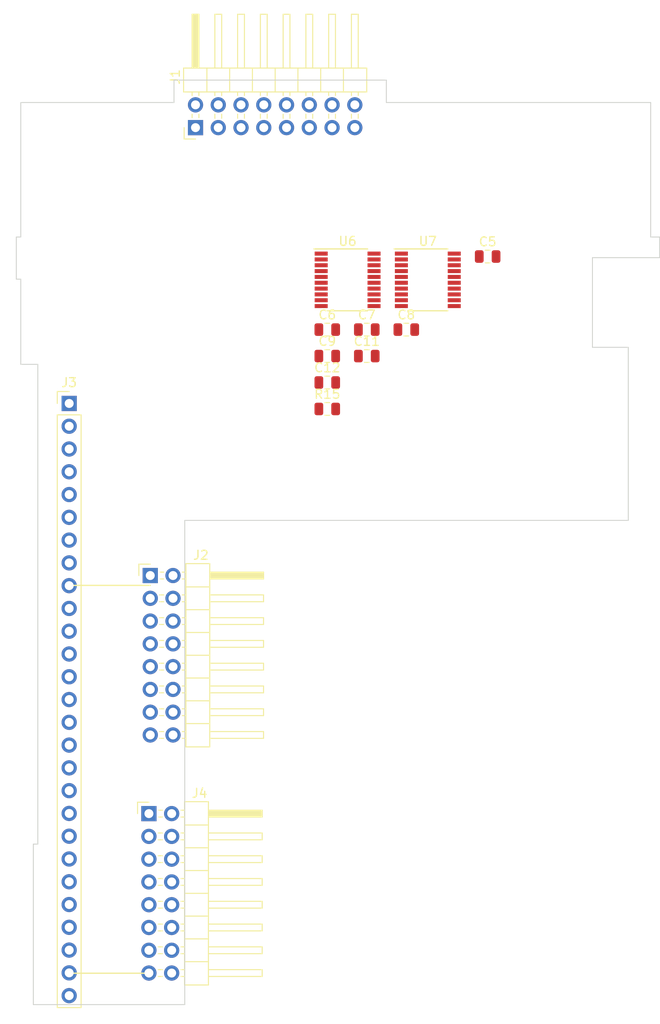
<source format=kicad_pcb>
(kicad_pcb (version 20171130) (host pcbnew 5.1.5+dfsg1-2build2)

  (general
    (thickness 1.6)
    (drawings 28)
    (tracks 0)
    (zones 0)
    (modules 14)
    (nets 33)
  )

  (page A4)
  (layers
    (0 F.Cu signal)
    (31 B.Cu signal)
    (32 B.Adhes user)
    (33 F.Adhes user)
    (34 B.Paste user)
    (35 F.Paste user)
    (36 B.SilkS user)
    (37 F.SilkS user)
    (38 B.Mask user)
    (39 F.Mask user)
    (40 Dwgs.User user)
    (41 Cmts.User user)
    (42 Eco1.User user)
    (43 Eco2.User user)
    (44 Edge.Cuts user)
    (45 Margin user)
    (46 B.CrtYd user)
    (47 F.CrtYd user)
    (48 B.Fab user)
    (49 F.Fab user)
  )

  (setup
    (last_trace_width 0.25)
    (trace_clearance 0.2)
    (zone_clearance 0.508)
    (zone_45_only no)
    (trace_min 0.2)
    (via_size 0.8)
    (via_drill 0.4)
    (via_min_size 0.4)
    (via_min_drill 0.3)
    (uvia_size 0.3)
    (uvia_drill 0.1)
    (uvias_allowed no)
    (uvia_min_size 0.2)
    (uvia_min_drill 0.1)
    (edge_width 0.1)
    (segment_width 0.2)
    (pcb_text_width 0.3)
    (pcb_text_size 1.5 1.5)
    (mod_edge_width 0.15)
    (mod_text_size 1 1)
    (mod_text_width 0.15)
    (pad_size 1.524 1.524)
    (pad_drill 0.762)
    (pad_to_mask_clearance 0)
    (aux_axis_origin 0 0)
    (visible_elements FFFFFF7F)
    (pcbplotparams
      (layerselection 0x010fc_ffffffff)
      (usegerberextensions false)
      (usegerberattributes false)
      (usegerberadvancedattributes false)
      (creategerberjobfile false)
      (excludeedgelayer true)
      (linewidth 0.100000)
      (plotframeref false)
      (viasonmask false)
      (mode 1)
      (useauxorigin false)
      (hpglpennumber 1)
      (hpglpenspeed 20)
      (hpglpendiameter 15.000000)
      (psnegative false)
      (psa4output false)
      (plotreference true)
      (plotvalue true)
      (plotinvisibletext false)
      (padsonsilk false)
      (subtractmaskfromsilk false)
      (outputformat 1)
      (mirror false)
      (drillshape 1)
      (scaleselection 1)
      (outputdirectory ""))
  )

  (net 0 "")
  (net 1 GND)
  (net 2 +3V3)
  (net 3 P_SPGM)
  (net 4 P_SS2)
  (net 5 P_SOE)
  (net 6 P_SCLK)
  (net 7 P_SMR)
  (net 8 P_SD6)
  (net 9 P_SD7)
  (net 10 P_SD4)
  (net 11 P_SD5)
  (net 12 P_SD2)
  (net 13 P_SD3)
  (net 14 P_SD0)
  (net 15 P_SD1)
  (net 16 SS3)
  (net 17 SS2)
  (net 18 SS1)
  (net 19 SMR)
  (net 20 SOE)
  (net 21 SCLK)
  (net 22 SPGM)
  (net 23 SD7)
  (net 24 SD6)
  (net 25 SD5)
  (net 26 SD4)
  (net 27 SD3)
  (net 28 SD2)
  (net 29 SD1)
  (net 30 SD0)
  (net 31 P_SS1)
  (net 32 LS_DIR)

  (net_class Default "This is the default net class."
    (clearance 0.2)
    (trace_width 0.25)
    (via_dia 0.8)
    (via_drill 0.4)
    (uvia_dia 0.3)
    (uvia_drill 0.1)
    (add_net +3V3)
    (add_net GND)
    (add_net LS_DIR)
    (add_net "Net-(J1-Pad1)")
    (add_net "Net-(J1-Pad10)")
    (add_net "Net-(J1-Pad11)")
    (add_net "Net-(J1-Pad12)")
    (add_net "Net-(J1-Pad13)")
    (add_net "Net-(J1-Pad14)")
    (add_net "Net-(J1-Pad15)")
    (add_net "Net-(J1-Pad16)")
    (add_net "Net-(J1-Pad2)")
    (add_net "Net-(J1-Pad3)")
    (add_net "Net-(J1-Pad4)")
    (add_net "Net-(J1-Pad5)")
    (add_net "Net-(J1-Pad6)")
    (add_net "Net-(J1-Pad7)")
    (add_net "Net-(J1-Pad8)")
    (add_net "Net-(J1-Pad9)")
    (add_net "Net-(J2-Pad16)")
    (add_net "Net-(J3-Pad17)")
    (add_net "Net-(J3-Pad18)")
    (add_net "Net-(J3-Pad19)")
    (add_net "Net-(J3-Pad20)")
    (add_net "Net-(J3-Pad21)")
    (add_net "Net-(J3-Pad22)")
    (add_net "Net-(J3-Pad23)")
    (add_net "Net-(J3-Pad24)")
    (add_net "Net-(J3-Pad25)")
    (add_net "Net-(J4-Pad16)")
    (add_net "Net-(U6-Pad11)")
    (add_net "Net-(U6-Pad9)")
    (add_net P_SCLK)
    (add_net P_SD0)
    (add_net P_SD1)
    (add_net P_SD2)
    (add_net P_SD3)
    (add_net P_SD4)
    (add_net P_SD5)
    (add_net P_SD6)
    (add_net P_SD7)
    (add_net P_SMR)
    (add_net P_SOE)
    (add_net P_SPGM)
    (add_net P_SS1)
    (add_net P_SS2)
    (add_net P_SS3)
    (add_net SCLK)
    (add_net SD0)
    (add_net SD1)
    (add_net SD2)
    (add_net SD3)
    (add_net SD4)
    (add_net SD5)
    (add_net SD6)
    (add_net SD7)
    (add_net SMR)
    (add_net SOE)
    (add_net SPGM)
    (add_net SS1)
    (add_net SS2)
    (add_net SS3)
    (add_net VBAT)
    (add_net VCC1)
    (add_net VCC2)
  )

  (module Package_SO:TSSOP-20_4.4x6.5mm_P0.65mm (layer F.Cu) (tedit 5A02F25C) (tstamp 618927CE)
    (at 124.325001 49.175001)
    (descr "20-Lead Plastic Thin Shrink Small Outline (ST)-4.4 mm Body [TSSOP] (see Microchip Packaging Specification 00000049BS.pdf)")
    (tags "SSOP 0.65")
    (path /611C2F85)
    (attr smd)
    (fp_text reference U7 (at 0 -4.3) (layer F.SilkS)
      (effects (font (size 1 1) (thickness 0.15)))
    )
    (fp_text value 74LS245 (at 0 4.3) (layer F.Fab)
      (effects (font (size 1 1) (thickness 0.15)))
    )
    (fp_text user %R (at 0 0) (layer F.Fab)
      (effects (font (size 0.8 0.8) (thickness 0.15)))
    )
    (fp_line (start -3.75 -3.45) (end 2.225 -3.45) (layer F.SilkS) (width 0.15))
    (fp_line (start -2.225 3.45) (end 2.225 3.45) (layer F.SilkS) (width 0.15))
    (fp_line (start -3.95 3.55) (end 3.95 3.55) (layer F.CrtYd) (width 0.05))
    (fp_line (start -3.95 -3.55) (end 3.95 -3.55) (layer F.CrtYd) (width 0.05))
    (fp_line (start 3.95 -3.55) (end 3.95 3.55) (layer F.CrtYd) (width 0.05))
    (fp_line (start -3.95 -3.55) (end -3.95 3.55) (layer F.CrtYd) (width 0.05))
    (fp_line (start -2.2 -2.25) (end -1.2 -3.25) (layer F.Fab) (width 0.15))
    (fp_line (start -2.2 3.25) (end -2.2 -2.25) (layer F.Fab) (width 0.15))
    (fp_line (start 2.2 3.25) (end -2.2 3.25) (layer F.Fab) (width 0.15))
    (fp_line (start 2.2 -3.25) (end 2.2 3.25) (layer F.Fab) (width 0.15))
    (fp_line (start -1.2 -3.25) (end 2.2 -3.25) (layer F.Fab) (width 0.15))
    (pad 20 smd rect (at 2.95 -2.925) (size 1.45 0.45) (layers F.Cu F.Paste F.Mask)
      (net 2 +3V3))
    (pad 19 smd rect (at 2.95 -2.275) (size 1.45 0.45) (layers F.Cu F.Paste F.Mask)
      (net 1 GND))
    (pad 18 smd rect (at 2.95 -1.625) (size 1.45 0.45) (layers F.Cu F.Paste F.Mask)
      (net 14 P_SD0))
    (pad 17 smd rect (at 2.95 -0.975) (size 1.45 0.45) (layers F.Cu F.Paste F.Mask)
      (net 15 P_SD1))
    (pad 16 smd rect (at 2.95 -0.325) (size 1.45 0.45) (layers F.Cu F.Paste F.Mask)
      (net 12 P_SD2))
    (pad 15 smd rect (at 2.95 0.325) (size 1.45 0.45) (layers F.Cu F.Paste F.Mask)
      (net 13 P_SD3))
    (pad 14 smd rect (at 2.95 0.975) (size 1.45 0.45) (layers F.Cu F.Paste F.Mask)
      (net 10 P_SD4))
    (pad 13 smd rect (at 2.95 1.625) (size 1.45 0.45) (layers F.Cu F.Paste F.Mask)
      (net 11 P_SD5))
    (pad 12 smd rect (at 2.95 2.275) (size 1.45 0.45) (layers F.Cu F.Paste F.Mask)
      (net 8 P_SD6))
    (pad 11 smd rect (at 2.95 2.925) (size 1.45 0.45) (layers F.Cu F.Paste F.Mask)
      (net 9 P_SD7))
    (pad 10 smd rect (at -2.95 2.925) (size 1.45 0.45) (layers F.Cu F.Paste F.Mask)
      (net 1 GND))
    (pad 9 smd rect (at -2.95 2.275) (size 1.45 0.45) (layers F.Cu F.Paste F.Mask)
      (net 23 SD7))
    (pad 8 smd rect (at -2.95 1.625) (size 1.45 0.45) (layers F.Cu F.Paste F.Mask)
      (net 24 SD6))
    (pad 7 smd rect (at -2.95 0.975) (size 1.45 0.45) (layers F.Cu F.Paste F.Mask)
      (net 25 SD5))
    (pad 6 smd rect (at -2.95 0.325) (size 1.45 0.45) (layers F.Cu F.Paste F.Mask)
      (net 26 SD4))
    (pad 5 smd rect (at -2.95 -0.325) (size 1.45 0.45) (layers F.Cu F.Paste F.Mask)
      (net 27 SD3))
    (pad 4 smd rect (at -2.95 -0.975) (size 1.45 0.45) (layers F.Cu F.Paste F.Mask)
      (net 28 SD2))
    (pad 3 smd rect (at -2.95 -1.625) (size 1.45 0.45) (layers F.Cu F.Paste F.Mask)
      (net 29 SD1))
    (pad 2 smd rect (at -2.95 -2.275) (size 1.45 0.45) (layers F.Cu F.Paste F.Mask)
      (net 30 SD0))
    (pad 1 smd rect (at -2.95 -2.925) (size 1.45 0.45) (layers F.Cu F.Paste F.Mask)
      (net 32 LS_DIR))
    (model ${KISYS3DMOD}/Package_SO.3dshapes/TSSOP-20_4.4x6.5mm_P0.65mm.wrl
      (at (xyz 0 0 0))
      (scale (xyz 1 1 1))
      (rotate (xyz 0 0 0))
    )
  )

  (module Package_SO:TSSOP-20_4.4x6.5mm_P0.65mm (layer F.Cu) (tedit 5A02F25C) (tstamp 618927AA)
    (at 115.375001 49.175001)
    (descr "20-Lead Plastic Thin Shrink Small Outline (ST)-4.4 mm Body [TSSOP] (see Microchip Packaging Specification 00000049BS.pdf)")
    (tags "SSOP 0.65")
    (path /611C2FA6)
    (attr smd)
    (fp_text reference U6 (at 0 -4.3) (layer F.SilkS)
      (effects (font (size 1 1) (thickness 0.15)))
    )
    (fp_text value 74LS245 (at 0 4.3) (layer F.Fab)
      (effects (font (size 1 1) (thickness 0.15)))
    )
    (fp_text user %R (at 0 0) (layer F.Fab)
      (effects (font (size 0.8 0.8) (thickness 0.15)))
    )
    (fp_line (start -3.75 -3.45) (end 2.225 -3.45) (layer F.SilkS) (width 0.15))
    (fp_line (start -2.225 3.45) (end 2.225 3.45) (layer F.SilkS) (width 0.15))
    (fp_line (start -3.95 3.55) (end 3.95 3.55) (layer F.CrtYd) (width 0.05))
    (fp_line (start -3.95 -3.55) (end 3.95 -3.55) (layer F.CrtYd) (width 0.05))
    (fp_line (start 3.95 -3.55) (end 3.95 3.55) (layer F.CrtYd) (width 0.05))
    (fp_line (start -3.95 -3.55) (end -3.95 3.55) (layer F.CrtYd) (width 0.05))
    (fp_line (start -2.2 -2.25) (end -1.2 -3.25) (layer F.Fab) (width 0.15))
    (fp_line (start -2.2 3.25) (end -2.2 -2.25) (layer F.Fab) (width 0.15))
    (fp_line (start 2.2 3.25) (end -2.2 3.25) (layer F.Fab) (width 0.15))
    (fp_line (start 2.2 -3.25) (end 2.2 3.25) (layer F.Fab) (width 0.15))
    (fp_line (start -1.2 -3.25) (end 2.2 -3.25) (layer F.Fab) (width 0.15))
    (pad 20 smd rect (at 2.95 -2.925) (size 1.45 0.45) (layers F.Cu F.Paste F.Mask)
      (net 2 +3V3))
    (pad 19 smd rect (at 2.95 -2.275) (size 1.45 0.45) (layers F.Cu F.Paste F.Mask)
      (net 1 GND))
    (pad 18 smd rect (at 2.95 -1.625) (size 1.45 0.45) (layers F.Cu F.Paste F.Mask)
      (net 3 P_SPGM))
    (pad 17 smd rect (at 2.95 -0.975) (size 1.45 0.45) (layers F.Cu F.Paste F.Mask)
      (net 5 P_SOE))
    (pad 16 smd rect (at 2.95 -0.325) (size 1.45 0.45) (layers F.Cu F.Paste F.Mask)
      (net 7 P_SMR))
    (pad 15 smd rect (at 2.95 0.325) (size 1.45 0.45) (layers F.Cu F.Paste F.Mask)
      (net 6 P_SCLK))
    (pad 14 smd rect (at 2.95 0.975) (size 1.45 0.45) (layers F.Cu F.Paste F.Mask)
      (net 31 P_SS1))
    (pad 13 smd rect (at 2.95 1.625) (size 1.45 0.45) (layers F.Cu F.Paste F.Mask)
      (net 4 P_SS2))
    (pad 12 smd rect (at 2.95 2.275) (size 1.45 0.45) (layers F.Cu F.Paste F.Mask))
    (pad 11 smd rect (at 2.95 2.925) (size 1.45 0.45) (layers F.Cu F.Paste F.Mask))
    (pad 10 smd rect (at -2.95 2.925) (size 1.45 0.45) (layers F.Cu F.Paste F.Mask)
      (net 1 GND))
    (pad 9 smd rect (at -2.95 2.275) (size 1.45 0.45) (layers F.Cu F.Paste F.Mask))
    (pad 8 smd rect (at -2.95 1.625) (size 1.45 0.45) (layers F.Cu F.Paste F.Mask)
      (net 16 SS3))
    (pad 7 smd rect (at -2.95 0.975) (size 1.45 0.45) (layers F.Cu F.Paste F.Mask)
      (net 17 SS2))
    (pad 6 smd rect (at -2.95 0.325) (size 1.45 0.45) (layers F.Cu F.Paste F.Mask)
      (net 18 SS1))
    (pad 5 smd rect (at -2.95 -0.325) (size 1.45 0.45) (layers F.Cu F.Paste F.Mask)
      (net 21 SCLK))
    (pad 4 smd rect (at -2.95 -0.975) (size 1.45 0.45) (layers F.Cu F.Paste F.Mask)
      (net 19 SMR))
    (pad 3 smd rect (at -2.95 -1.625) (size 1.45 0.45) (layers F.Cu F.Paste F.Mask)
      (net 20 SOE))
    (pad 2 smd rect (at -2.95 -2.275) (size 1.45 0.45) (layers F.Cu F.Paste F.Mask)
      (net 22 SPGM))
    (pad 1 smd rect (at -2.95 -2.925) (size 1.45 0.45) (layers F.Cu F.Paste F.Mask)
      (net 2 +3V3))
    (model ${KISYS3DMOD}/Package_SO.3dshapes/TSSOP-20_4.4x6.5mm_P0.65mm.wrl
      (at (xyz 0 0 0))
      (scale (xyz 1 1 1))
      (rotate (xyz 0 0 0))
    )
  )

  (module Resistor_SMD:R_0805_2012Metric (layer F.Cu) (tedit 5B36C52B) (tstamp 61892786)
    (at 113.105001 63.575001)
    (descr "Resistor SMD 0805 (2012 Metric), square (rectangular) end terminal, IPC_7351 nominal, (Body size source: https://docs.google.com/spreadsheets/d/1BsfQQcO9C6DZCsRaXUlFlo91Tg2WpOkGARC1WS5S8t0/edit?usp=sharing), generated with kicad-footprint-generator")
    (tags resistor)
    (path /611C2F98)
    (attr smd)
    (fp_text reference R15 (at 0 -1.65) (layer F.SilkS)
      (effects (font (size 1 1) (thickness 0.15)))
    )
    (fp_text value 100k (at 0 1.65) (layer F.Fab)
      (effects (font (size 1 1) (thickness 0.15)))
    )
    (fp_text user %R (at 0 0) (layer F.Fab)
      (effects (font (size 0.5 0.5) (thickness 0.08)))
    )
    (fp_line (start 1.68 0.95) (end -1.68 0.95) (layer F.CrtYd) (width 0.05))
    (fp_line (start 1.68 -0.95) (end 1.68 0.95) (layer F.CrtYd) (width 0.05))
    (fp_line (start -1.68 -0.95) (end 1.68 -0.95) (layer F.CrtYd) (width 0.05))
    (fp_line (start -1.68 0.95) (end -1.68 -0.95) (layer F.CrtYd) (width 0.05))
    (fp_line (start -0.258578 0.71) (end 0.258578 0.71) (layer F.SilkS) (width 0.12))
    (fp_line (start -0.258578 -0.71) (end 0.258578 -0.71) (layer F.SilkS) (width 0.12))
    (fp_line (start 1 0.6) (end -1 0.6) (layer F.Fab) (width 0.1))
    (fp_line (start 1 -0.6) (end 1 0.6) (layer F.Fab) (width 0.1))
    (fp_line (start -1 -0.6) (end 1 -0.6) (layer F.Fab) (width 0.1))
    (fp_line (start -1 0.6) (end -1 -0.6) (layer F.Fab) (width 0.1))
    (pad 2 smd roundrect (at 0.9375 0) (size 0.975 1.4) (layers F.Cu F.Paste F.Mask) (roundrect_rratio 0.25)
      (net 32 LS_DIR))
    (pad 1 smd roundrect (at -0.9375 0) (size 0.975 1.4) (layers F.Cu F.Paste F.Mask) (roundrect_rratio 0.25)
      (net 2 +3V3))
    (model ${KISYS3DMOD}/Resistor_SMD.3dshapes/R_0805_2012Metric.wrl
      (at (xyz 0 0 0))
      (scale (xyz 1 1 1))
      (rotate (xyz 0 0 0))
    )
  )

  (module Connector_PinHeader_2.54mm:PinHeader_2x08_P2.54mm_Horizontal (layer F.Cu) (tedit 59FED5CB) (tstamp 61892775)
    (at 93.2 108.7)
    (descr "Through hole angled pin header, 2x08, 2.54mm pitch, 6mm pin length, double rows")
    (tags "Through hole angled pin header THT 2x08 2.54mm double row")
    (path /61932566)
    (fp_text reference J4 (at 5.655 -2.27) (layer F.SilkS)
      (effects (font (size 1 1) (thickness 0.15)))
    )
    (fp_text value Conn_02x08_Odd_Even (at 5.655 20.05) (layer F.Fab)
      (effects (font (size 1 1) (thickness 0.15)))
    )
    (fp_text user %R (at 5.31 8.89 90) (layer F.Fab)
      (effects (font (size 1 1) (thickness 0.15)))
    )
    (fp_line (start 13.1 -1.8) (end -1.8 -1.8) (layer F.CrtYd) (width 0.05))
    (fp_line (start 13.1 19.55) (end 13.1 -1.8) (layer F.CrtYd) (width 0.05))
    (fp_line (start -1.8 19.55) (end 13.1 19.55) (layer F.CrtYd) (width 0.05))
    (fp_line (start -1.8 -1.8) (end -1.8 19.55) (layer F.CrtYd) (width 0.05))
    (fp_line (start -1.27 -1.27) (end 0 -1.27) (layer F.SilkS) (width 0.12))
    (fp_line (start -1.27 0) (end -1.27 -1.27) (layer F.SilkS) (width 0.12))
    (fp_line (start 1.042929 18.16) (end 1.497071 18.16) (layer F.SilkS) (width 0.12))
    (fp_line (start 1.042929 17.4) (end 1.497071 17.4) (layer F.SilkS) (width 0.12))
    (fp_line (start 3.582929 18.16) (end 3.98 18.16) (layer F.SilkS) (width 0.12))
    (fp_line (start 3.582929 17.4) (end 3.98 17.4) (layer F.SilkS) (width 0.12))
    (fp_line (start 12.64 18.16) (end 6.64 18.16) (layer F.SilkS) (width 0.12))
    (fp_line (start 12.64 17.4) (end 12.64 18.16) (layer F.SilkS) (width 0.12))
    (fp_line (start 6.64 17.4) (end 12.64 17.4) (layer F.SilkS) (width 0.12))
    (fp_line (start 3.98 16.51) (end 6.64 16.51) (layer F.SilkS) (width 0.12))
    (fp_line (start 1.042929 15.62) (end 1.497071 15.62) (layer F.SilkS) (width 0.12))
    (fp_line (start 1.042929 14.86) (end 1.497071 14.86) (layer F.SilkS) (width 0.12))
    (fp_line (start 3.582929 15.62) (end 3.98 15.62) (layer F.SilkS) (width 0.12))
    (fp_line (start 3.582929 14.86) (end 3.98 14.86) (layer F.SilkS) (width 0.12))
    (fp_line (start 12.64 15.62) (end 6.64 15.62) (layer F.SilkS) (width 0.12))
    (fp_line (start 12.64 14.86) (end 12.64 15.62) (layer F.SilkS) (width 0.12))
    (fp_line (start 6.64 14.86) (end 12.64 14.86) (layer F.SilkS) (width 0.12))
    (fp_line (start 3.98 13.97) (end 6.64 13.97) (layer F.SilkS) (width 0.12))
    (fp_line (start 1.042929 13.08) (end 1.497071 13.08) (layer F.SilkS) (width 0.12))
    (fp_line (start 1.042929 12.32) (end 1.497071 12.32) (layer F.SilkS) (width 0.12))
    (fp_line (start 3.582929 13.08) (end 3.98 13.08) (layer F.SilkS) (width 0.12))
    (fp_line (start 3.582929 12.32) (end 3.98 12.32) (layer F.SilkS) (width 0.12))
    (fp_line (start 12.64 13.08) (end 6.64 13.08) (layer F.SilkS) (width 0.12))
    (fp_line (start 12.64 12.32) (end 12.64 13.08) (layer F.SilkS) (width 0.12))
    (fp_line (start 6.64 12.32) (end 12.64 12.32) (layer F.SilkS) (width 0.12))
    (fp_line (start 3.98 11.43) (end 6.64 11.43) (layer F.SilkS) (width 0.12))
    (fp_line (start 1.042929 10.54) (end 1.497071 10.54) (layer F.SilkS) (width 0.12))
    (fp_line (start 1.042929 9.78) (end 1.497071 9.78) (layer F.SilkS) (width 0.12))
    (fp_line (start 3.582929 10.54) (end 3.98 10.54) (layer F.SilkS) (width 0.12))
    (fp_line (start 3.582929 9.78) (end 3.98 9.78) (layer F.SilkS) (width 0.12))
    (fp_line (start 12.64 10.54) (end 6.64 10.54) (layer F.SilkS) (width 0.12))
    (fp_line (start 12.64 9.78) (end 12.64 10.54) (layer F.SilkS) (width 0.12))
    (fp_line (start 6.64 9.78) (end 12.64 9.78) (layer F.SilkS) (width 0.12))
    (fp_line (start 3.98 8.89) (end 6.64 8.89) (layer F.SilkS) (width 0.12))
    (fp_line (start 1.042929 8) (end 1.497071 8) (layer F.SilkS) (width 0.12))
    (fp_line (start 1.042929 7.24) (end 1.497071 7.24) (layer F.SilkS) (width 0.12))
    (fp_line (start 3.582929 8) (end 3.98 8) (layer F.SilkS) (width 0.12))
    (fp_line (start 3.582929 7.24) (end 3.98 7.24) (layer F.SilkS) (width 0.12))
    (fp_line (start 12.64 8) (end 6.64 8) (layer F.SilkS) (width 0.12))
    (fp_line (start 12.64 7.24) (end 12.64 8) (layer F.SilkS) (width 0.12))
    (fp_line (start 6.64 7.24) (end 12.64 7.24) (layer F.SilkS) (width 0.12))
    (fp_line (start 3.98 6.35) (end 6.64 6.35) (layer F.SilkS) (width 0.12))
    (fp_line (start 1.042929 5.46) (end 1.497071 5.46) (layer F.SilkS) (width 0.12))
    (fp_line (start 1.042929 4.7) (end 1.497071 4.7) (layer F.SilkS) (width 0.12))
    (fp_line (start 3.582929 5.46) (end 3.98 5.46) (layer F.SilkS) (width 0.12))
    (fp_line (start 3.582929 4.7) (end 3.98 4.7) (layer F.SilkS) (width 0.12))
    (fp_line (start 12.64 5.46) (end 6.64 5.46) (layer F.SilkS) (width 0.12))
    (fp_line (start 12.64 4.7) (end 12.64 5.46) (layer F.SilkS) (width 0.12))
    (fp_line (start 6.64 4.7) (end 12.64 4.7) (layer F.SilkS) (width 0.12))
    (fp_line (start 3.98 3.81) (end 6.64 3.81) (layer F.SilkS) (width 0.12))
    (fp_line (start 1.042929 2.92) (end 1.497071 2.92) (layer F.SilkS) (width 0.12))
    (fp_line (start 1.042929 2.16) (end 1.497071 2.16) (layer F.SilkS) (width 0.12))
    (fp_line (start 3.582929 2.92) (end 3.98 2.92) (layer F.SilkS) (width 0.12))
    (fp_line (start 3.582929 2.16) (end 3.98 2.16) (layer F.SilkS) (width 0.12))
    (fp_line (start 12.64 2.92) (end 6.64 2.92) (layer F.SilkS) (width 0.12))
    (fp_line (start 12.64 2.16) (end 12.64 2.92) (layer F.SilkS) (width 0.12))
    (fp_line (start 6.64 2.16) (end 12.64 2.16) (layer F.SilkS) (width 0.12))
    (fp_line (start 3.98 1.27) (end 6.64 1.27) (layer F.SilkS) (width 0.12))
    (fp_line (start 1.11 0.38) (end 1.497071 0.38) (layer F.SilkS) (width 0.12))
    (fp_line (start 1.11 -0.38) (end 1.497071 -0.38) (layer F.SilkS) (width 0.12))
    (fp_line (start 3.582929 0.38) (end 3.98 0.38) (layer F.SilkS) (width 0.12))
    (fp_line (start 3.582929 -0.38) (end 3.98 -0.38) (layer F.SilkS) (width 0.12))
    (fp_line (start 6.64 0.28) (end 12.64 0.28) (layer F.SilkS) (width 0.12))
    (fp_line (start 6.64 0.16) (end 12.64 0.16) (layer F.SilkS) (width 0.12))
    (fp_line (start 6.64 0.04) (end 12.64 0.04) (layer F.SilkS) (width 0.12))
    (fp_line (start 6.64 -0.08) (end 12.64 -0.08) (layer F.SilkS) (width 0.12))
    (fp_line (start 6.64 -0.2) (end 12.64 -0.2) (layer F.SilkS) (width 0.12))
    (fp_line (start 6.64 -0.32) (end 12.64 -0.32) (layer F.SilkS) (width 0.12))
    (fp_line (start 12.64 0.38) (end 6.64 0.38) (layer F.SilkS) (width 0.12))
    (fp_line (start 12.64 -0.38) (end 12.64 0.38) (layer F.SilkS) (width 0.12))
    (fp_line (start 6.64 -0.38) (end 12.64 -0.38) (layer F.SilkS) (width 0.12))
    (fp_line (start 6.64 -1.33) (end 3.98 -1.33) (layer F.SilkS) (width 0.12))
    (fp_line (start 6.64 19.11) (end 6.64 -1.33) (layer F.SilkS) (width 0.12))
    (fp_line (start 3.98 19.11) (end 6.64 19.11) (layer F.SilkS) (width 0.12))
    (fp_line (start 3.98 -1.33) (end 3.98 19.11) (layer F.SilkS) (width 0.12))
    (fp_line (start 6.58 18.1) (end 12.58 18.1) (layer F.Fab) (width 0.1))
    (fp_line (start 12.58 17.46) (end 12.58 18.1) (layer F.Fab) (width 0.1))
    (fp_line (start 6.58 17.46) (end 12.58 17.46) (layer F.Fab) (width 0.1))
    (fp_line (start -0.32 18.1) (end 4.04 18.1) (layer F.Fab) (width 0.1))
    (fp_line (start -0.32 17.46) (end -0.32 18.1) (layer F.Fab) (width 0.1))
    (fp_line (start -0.32 17.46) (end 4.04 17.46) (layer F.Fab) (width 0.1))
    (fp_line (start 6.58 15.56) (end 12.58 15.56) (layer F.Fab) (width 0.1))
    (fp_line (start 12.58 14.92) (end 12.58 15.56) (layer F.Fab) (width 0.1))
    (fp_line (start 6.58 14.92) (end 12.58 14.92) (layer F.Fab) (width 0.1))
    (fp_line (start -0.32 15.56) (end 4.04 15.56) (layer F.Fab) (width 0.1))
    (fp_line (start -0.32 14.92) (end -0.32 15.56) (layer F.Fab) (width 0.1))
    (fp_line (start -0.32 14.92) (end 4.04 14.92) (layer F.Fab) (width 0.1))
    (fp_line (start 6.58 13.02) (end 12.58 13.02) (layer F.Fab) (width 0.1))
    (fp_line (start 12.58 12.38) (end 12.58 13.02) (layer F.Fab) (width 0.1))
    (fp_line (start 6.58 12.38) (end 12.58 12.38) (layer F.Fab) (width 0.1))
    (fp_line (start -0.32 13.02) (end 4.04 13.02) (layer F.Fab) (width 0.1))
    (fp_line (start -0.32 12.38) (end -0.32 13.02) (layer F.Fab) (width 0.1))
    (fp_line (start -0.32 12.38) (end 4.04 12.38) (layer F.Fab) (width 0.1))
    (fp_line (start 6.58 10.48) (end 12.58 10.48) (layer F.Fab) (width 0.1))
    (fp_line (start 12.58 9.84) (end 12.58 10.48) (layer F.Fab) (width 0.1))
    (fp_line (start 6.58 9.84) (end 12.58 9.84) (layer F.Fab) (width 0.1))
    (fp_line (start -0.32 10.48) (end 4.04 10.48) (layer F.Fab) (width 0.1))
    (fp_line (start -0.32 9.84) (end -0.32 10.48) (layer F.Fab) (width 0.1))
    (fp_line (start -0.32 9.84) (end 4.04 9.84) (layer F.Fab) (width 0.1))
    (fp_line (start 6.58 7.94) (end 12.58 7.94) (layer F.Fab) (width 0.1))
    (fp_line (start 12.58 7.3) (end 12.58 7.94) (layer F.Fab) (width 0.1))
    (fp_line (start 6.58 7.3) (end 12.58 7.3) (layer F.Fab) (width 0.1))
    (fp_line (start -0.32 7.94) (end 4.04 7.94) (layer F.Fab) (width 0.1))
    (fp_line (start -0.32 7.3) (end -0.32 7.94) (layer F.Fab) (width 0.1))
    (fp_line (start -0.32 7.3) (end 4.04 7.3) (layer F.Fab) (width 0.1))
    (fp_line (start 6.58 5.4) (end 12.58 5.4) (layer F.Fab) (width 0.1))
    (fp_line (start 12.58 4.76) (end 12.58 5.4) (layer F.Fab) (width 0.1))
    (fp_line (start 6.58 4.76) (end 12.58 4.76) (layer F.Fab) (width 0.1))
    (fp_line (start -0.32 5.4) (end 4.04 5.4) (layer F.Fab) (width 0.1))
    (fp_line (start -0.32 4.76) (end -0.32 5.4) (layer F.Fab) (width 0.1))
    (fp_line (start -0.32 4.76) (end 4.04 4.76) (layer F.Fab) (width 0.1))
    (fp_line (start 6.58 2.86) (end 12.58 2.86) (layer F.Fab) (width 0.1))
    (fp_line (start 12.58 2.22) (end 12.58 2.86) (layer F.Fab) (width 0.1))
    (fp_line (start 6.58 2.22) (end 12.58 2.22) (layer F.Fab) (width 0.1))
    (fp_line (start -0.32 2.86) (end 4.04 2.86) (layer F.Fab) (width 0.1))
    (fp_line (start -0.32 2.22) (end -0.32 2.86) (layer F.Fab) (width 0.1))
    (fp_line (start -0.32 2.22) (end 4.04 2.22) (layer F.Fab) (width 0.1))
    (fp_line (start 6.58 0.32) (end 12.58 0.32) (layer F.Fab) (width 0.1))
    (fp_line (start 12.58 -0.32) (end 12.58 0.32) (layer F.Fab) (width 0.1))
    (fp_line (start 6.58 -0.32) (end 12.58 -0.32) (layer F.Fab) (width 0.1))
    (fp_line (start -0.32 0.32) (end 4.04 0.32) (layer F.Fab) (width 0.1))
    (fp_line (start -0.32 -0.32) (end -0.32 0.32) (layer F.Fab) (width 0.1))
    (fp_line (start -0.32 -0.32) (end 4.04 -0.32) (layer F.Fab) (width 0.1))
    (fp_line (start 4.04 -0.635) (end 4.675 -1.27) (layer F.Fab) (width 0.1))
    (fp_line (start 4.04 19.05) (end 4.04 -0.635) (layer F.Fab) (width 0.1))
    (fp_line (start 6.58 19.05) (end 4.04 19.05) (layer F.Fab) (width 0.1))
    (fp_line (start 6.58 -1.27) (end 6.58 19.05) (layer F.Fab) (width 0.1))
    (fp_line (start 4.675 -1.27) (end 6.58 -1.27) (layer F.Fab) (width 0.1))
    (pad 16 thru_hole oval (at 2.54 17.78) (size 1.7 1.7) (drill 1) (layers *.Cu *.Mask))
    (pad 15 thru_hole oval (at 0 17.78) (size 1.7 1.7) (drill 1) (layers *.Cu *.Mask))
    (pad 14 thru_hole oval (at 2.54 15.24) (size 1.7 1.7) (drill 1) (layers *.Cu *.Mask)
      (net 3 P_SPGM))
    (pad 13 thru_hole oval (at 0 15.24) (size 1.7 1.7) (drill 1) (layers *.Cu *.Mask)
      (net 1 GND))
    (pad 12 thru_hole oval (at 2.54 12.7) (size 1.7 1.7) (drill 1) (layers *.Cu *.Mask)
      (net 31 P_SS1))
    (pad 11 thru_hole oval (at 0 12.7) (size 1.7 1.7) (drill 1) (layers *.Cu *.Mask)
      (net 5 P_SOE))
    (pad 10 thru_hole oval (at 2.54 10.16) (size 1.7 1.7) (drill 1) (layers *.Cu *.Mask)
      (net 6 P_SCLK))
    (pad 9 thru_hole oval (at 0 10.16) (size 1.7 1.7) (drill 1) (layers *.Cu *.Mask)
      (net 7 P_SMR))
    (pad 8 thru_hole oval (at 2.54 7.62) (size 1.7 1.7) (drill 1) (layers *.Cu *.Mask)
      (net 8 P_SD6))
    (pad 7 thru_hole oval (at 0 7.62) (size 1.7 1.7) (drill 1) (layers *.Cu *.Mask)
      (net 9 P_SD7))
    (pad 6 thru_hole oval (at 2.54 5.08) (size 1.7 1.7) (drill 1) (layers *.Cu *.Mask)
      (net 10 P_SD4))
    (pad 5 thru_hole oval (at 0 5.08) (size 1.7 1.7) (drill 1) (layers *.Cu *.Mask)
      (net 11 P_SD5))
    (pad 4 thru_hole oval (at 2.54 2.54) (size 1.7 1.7) (drill 1) (layers *.Cu *.Mask)
      (net 12 P_SD2))
    (pad 3 thru_hole oval (at 0 2.54) (size 1.7 1.7) (drill 1) (layers *.Cu *.Mask)
      (net 13 P_SD3))
    (pad 2 thru_hole oval (at 2.54 0) (size 1.7 1.7) (drill 1) (layers *.Cu *.Mask)
      (net 14 P_SD0))
    (pad 1 thru_hole rect (at 0 0) (size 1.7 1.7) (drill 1) (layers *.Cu *.Mask)
      (net 15 P_SD1))
    (model ${KISYS3DMOD}/Connector_PinHeader_2.54mm.3dshapes/PinHeader_2x08_P2.54mm_Horizontal.wrl
      (at (xyz 0 0 0))
      (scale (xyz 1 1 1))
      (rotate (xyz 0 0 0))
    )
  )

  (module Connector_PinHeader_2.54mm:PinHeader_1x27_P2.54mm_Vertical (layer F.Cu) (tedit 59FED5CC) (tstamp 618926DC)
    (at 84.3 62.96)
    (descr "Through hole straight pin header, 1x27, 2.54mm pitch, single row")
    (tags "Through hole pin header THT 1x27 2.54mm single row")
    (path /61BCAB7A)
    (fp_text reference J3 (at 0 -2.33) (layer F.SilkS)
      (effects (font (size 1 1) (thickness 0.15)))
    )
    (fp_text value Conn_01x27_Female (at 0 68.37) (layer F.Fab)
      (effects (font (size 1 1) (thickness 0.15)))
    )
    (fp_text user %R (at 0 33.02 90) (layer F.Fab)
      (effects (font (size 1 1) (thickness 0.15)))
    )
    (fp_line (start 1.8 -1.8) (end -1.8 -1.8) (layer F.CrtYd) (width 0.05))
    (fp_line (start 1.8 67.85) (end 1.8 -1.8) (layer F.CrtYd) (width 0.05))
    (fp_line (start -1.8 67.85) (end 1.8 67.85) (layer F.CrtYd) (width 0.05))
    (fp_line (start -1.8 -1.8) (end -1.8 67.85) (layer F.CrtYd) (width 0.05))
    (fp_line (start -1.33 -1.33) (end 0 -1.33) (layer F.SilkS) (width 0.12))
    (fp_line (start -1.33 0) (end -1.33 -1.33) (layer F.SilkS) (width 0.12))
    (fp_line (start -1.33 1.27) (end 1.33 1.27) (layer F.SilkS) (width 0.12))
    (fp_line (start 1.33 1.27) (end 1.33 67.37) (layer F.SilkS) (width 0.12))
    (fp_line (start -1.33 1.27) (end -1.33 67.37) (layer F.SilkS) (width 0.12))
    (fp_line (start -1.33 67.37) (end 1.33 67.37) (layer F.SilkS) (width 0.12))
    (fp_line (start -1.27 -0.635) (end -0.635 -1.27) (layer F.Fab) (width 0.1))
    (fp_line (start -1.27 67.31) (end -1.27 -0.635) (layer F.Fab) (width 0.1))
    (fp_line (start 1.27 67.31) (end -1.27 67.31) (layer F.Fab) (width 0.1))
    (fp_line (start 1.27 -1.27) (end 1.27 67.31) (layer F.Fab) (width 0.1))
    (fp_line (start -0.635 -1.27) (end 1.27 -1.27) (layer F.Fab) (width 0.1))
    (pad 27 thru_hole oval (at 0 66.04) (size 1.7 1.7) (drill 1) (layers *.Cu *.Mask)
      (net 2 +3V3))
    (pad 26 thru_hole oval (at 0 63.5) (size 1.7 1.7) (drill 1) (layers *.Cu *.Mask))
    (pad 25 thru_hole oval (at 0 60.96) (size 1.7 1.7) (drill 1) (layers *.Cu *.Mask))
    (pad 24 thru_hole oval (at 0 58.42) (size 1.7 1.7) (drill 1) (layers *.Cu *.Mask))
    (pad 23 thru_hole oval (at 0 55.88) (size 1.7 1.7) (drill 1) (layers *.Cu *.Mask))
    (pad 22 thru_hole oval (at 0 53.34) (size 1.7 1.7) (drill 1) (layers *.Cu *.Mask))
    (pad 21 thru_hole oval (at 0 50.8) (size 1.7 1.7) (drill 1) (layers *.Cu *.Mask))
    (pad 20 thru_hole oval (at 0 48.26) (size 1.7 1.7) (drill 1) (layers *.Cu *.Mask))
    (pad 19 thru_hole oval (at 0 45.72) (size 1.7 1.7) (drill 1) (layers *.Cu *.Mask))
    (pad 18 thru_hole oval (at 0 43.18) (size 1.7 1.7) (drill 1) (layers *.Cu *.Mask))
    (pad 17 thru_hole oval (at 0 40.64) (size 1.7 1.7) (drill 1) (layers *.Cu *.Mask))
    (pad 16 thru_hole oval (at 0 38.1) (size 1.7 1.7) (drill 1) (layers *.Cu *.Mask)
      (net 16 SS3))
    (pad 15 thru_hole oval (at 0 35.56) (size 1.7 1.7) (drill 1) (layers *.Cu *.Mask)
      (net 17 SS2))
    (pad 14 thru_hole oval (at 0 33.02) (size 1.7 1.7) (drill 1) (layers *.Cu *.Mask)
      (net 18 SS1))
    (pad 13 thru_hole oval (at 0 30.48) (size 1.7 1.7) (drill 1) (layers *.Cu *.Mask)
      (net 19 SMR))
    (pad 12 thru_hole oval (at 0 27.94) (size 1.7 1.7) (drill 1) (layers *.Cu *.Mask)
      (net 20 SOE))
    (pad 11 thru_hole oval (at 0 25.4) (size 1.7 1.7) (drill 1) (layers *.Cu *.Mask)
      (net 21 SCLK))
    (pad 10 thru_hole oval (at 0 22.86) (size 1.7 1.7) (drill 1) (layers *.Cu *.Mask)
      (net 22 SPGM))
    (pad 9 thru_hole oval (at 0 20.32) (size 1.7 1.7) (drill 1) (layers *.Cu *.Mask)
      (net 23 SD7))
    (pad 8 thru_hole oval (at 0 17.78) (size 1.7 1.7) (drill 1) (layers *.Cu *.Mask)
      (net 24 SD6))
    (pad 7 thru_hole oval (at 0 15.24) (size 1.7 1.7) (drill 1) (layers *.Cu *.Mask)
      (net 25 SD5))
    (pad 6 thru_hole oval (at 0 12.7) (size 1.7 1.7) (drill 1) (layers *.Cu *.Mask)
      (net 26 SD4))
    (pad 5 thru_hole oval (at 0 10.16) (size 1.7 1.7) (drill 1) (layers *.Cu *.Mask)
      (net 27 SD3))
    (pad 4 thru_hole oval (at 0 7.62) (size 1.7 1.7) (drill 1) (layers *.Cu *.Mask)
      (net 28 SD2))
    (pad 3 thru_hole oval (at 0 5.08) (size 1.7 1.7) (drill 1) (layers *.Cu *.Mask)
      (net 29 SD1))
    (pad 2 thru_hole oval (at 0 2.54) (size 1.7 1.7) (drill 1) (layers *.Cu *.Mask)
      (net 30 SD0))
    (pad 1 thru_hole rect (at 0 0) (size 1.7 1.7) (drill 1) (layers *.Cu *.Mask)
      (net 1 GND))
    (model ${KISYS3DMOD}/Connector_PinHeader_2.54mm.3dshapes/PinHeader_1x27_P2.54mm_Vertical.wrl
      (at (xyz 0 0 0))
      (scale (xyz 1 1 1))
      (rotate (xyz 0 0 0))
    )
  )

  (module Connector_PinHeader_2.54mm:PinHeader_2x08_P2.54mm_Horizontal (layer F.Cu) (tedit 59FED5CB) (tstamp 618926AD)
    (at 93.35 82.15)
    (descr "Through hole angled pin header, 2x08, 2.54mm pitch, 6mm pin length, double rows")
    (tags "Through hole angled pin header THT 2x08 2.54mm double row")
    (path /61950CF0)
    (fp_text reference J2 (at 5.655 -2.27) (layer F.SilkS)
      (effects (font (size 1 1) (thickness 0.15)))
    )
    (fp_text value Conn_02x08_Odd_Even (at 5.655 20.05) (layer F.Fab)
      (effects (font (size 1 1) (thickness 0.15)))
    )
    (fp_text user %R (at 5.31 8.89 90) (layer F.Fab)
      (effects (font (size 1 1) (thickness 0.15)))
    )
    (fp_line (start 13.1 -1.8) (end -1.8 -1.8) (layer F.CrtYd) (width 0.05))
    (fp_line (start 13.1 19.55) (end 13.1 -1.8) (layer F.CrtYd) (width 0.05))
    (fp_line (start -1.8 19.55) (end 13.1 19.55) (layer F.CrtYd) (width 0.05))
    (fp_line (start -1.8 -1.8) (end -1.8 19.55) (layer F.CrtYd) (width 0.05))
    (fp_line (start -1.27 -1.27) (end 0 -1.27) (layer F.SilkS) (width 0.12))
    (fp_line (start -1.27 0) (end -1.27 -1.27) (layer F.SilkS) (width 0.12))
    (fp_line (start 1.042929 18.16) (end 1.497071 18.16) (layer F.SilkS) (width 0.12))
    (fp_line (start 1.042929 17.4) (end 1.497071 17.4) (layer F.SilkS) (width 0.12))
    (fp_line (start 3.582929 18.16) (end 3.98 18.16) (layer F.SilkS) (width 0.12))
    (fp_line (start 3.582929 17.4) (end 3.98 17.4) (layer F.SilkS) (width 0.12))
    (fp_line (start 12.64 18.16) (end 6.64 18.16) (layer F.SilkS) (width 0.12))
    (fp_line (start 12.64 17.4) (end 12.64 18.16) (layer F.SilkS) (width 0.12))
    (fp_line (start 6.64 17.4) (end 12.64 17.4) (layer F.SilkS) (width 0.12))
    (fp_line (start 3.98 16.51) (end 6.64 16.51) (layer F.SilkS) (width 0.12))
    (fp_line (start 1.042929 15.62) (end 1.497071 15.62) (layer F.SilkS) (width 0.12))
    (fp_line (start 1.042929 14.86) (end 1.497071 14.86) (layer F.SilkS) (width 0.12))
    (fp_line (start 3.582929 15.62) (end 3.98 15.62) (layer F.SilkS) (width 0.12))
    (fp_line (start 3.582929 14.86) (end 3.98 14.86) (layer F.SilkS) (width 0.12))
    (fp_line (start 12.64 15.62) (end 6.64 15.62) (layer F.SilkS) (width 0.12))
    (fp_line (start 12.64 14.86) (end 12.64 15.62) (layer F.SilkS) (width 0.12))
    (fp_line (start 6.64 14.86) (end 12.64 14.86) (layer F.SilkS) (width 0.12))
    (fp_line (start 3.98 13.97) (end 6.64 13.97) (layer F.SilkS) (width 0.12))
    (fp_line (start 1.042929 13.08) (end 1.497071 13.08) (layer F.SilkS) (width 0.12))
    (fp_line (start 1.042929 12.32) (end 1.497071 12.32) (layer F.SilkS) (width 0.12))
    (fp_line (start 3.582929 13.08) (end 3.98 13.08) (layer F.SilkS) (width 0.12))
    (fp_line (start 3.582929 12.32) (end 3.98 12.32) (layer F.SilkS) (width 0.12))
    (fp_line (start 12.64 13.08) (end 6.64 13.08) (layer F.SilkS) (width 0.12))
    (fp_line (start 12.64 12.32) (end 12.64 13.08) (layer F.SilkS) (width 0.12))
    (fp_line (start 6.64 12.32) (end 12.64 12.32) (layer F.SilkS) (width 0.12))
    (fp_line (start 3.98 11.43) (end 6.64 11.43) (layer F.SilkS) (width 0.12))
    (fp_line (start 1.042929 10.54) (end 1.497071 10.54) (layer F.SilkS) (width 0.12))
    (fp_line (start 1.042929 9.78) (end 1.497071 9.78) (layer F.SilkS) (width 0.12))
    (fp_line (start 3.582929 10.54) (end 3.98 10.54) (layer F.SilkS) (width 0.12))
    (fp_line (start 3.582929 9.78) (end 3.98 9.78) (layer F.SilkS) (width 0.12))
    (fp_line (start 12.64 10.54) (end 6.64 10.54) (layer F.SilkS) (width 0.12))
    (fp_line (start 12.64 9.78) (end 12.64 10.54) (layer F.SilkS) (width 0.12))
    (fp_line (start 6.64 9.78) (end 12.64 9.78) (layer F.SilkS) (width 0.12))
    (fp_line (start 3.98 8.89) (end 6.64 8.89) (layer F.SilkS) (width 0.12))
    (fp_line (start 1.042929 8) (end 1.497071 8) (layer F.SilkS) (width 0.12))
    (fp_line (start 1.042929 7.24) (end 1.497071 7.24) (layer F.SilkS) (width 0.12))
    (fp_line (start 3.582929 8) (end 3.98 8) (layer F.SilkS) (width 0.12))
    (fp_line (start 3.582929 7.24) (end 3.98 7.24) (layer F.SilkS) (width 0.12))
    (fp_line (start 12.64 8) (end 6.64 8) (layer F.SilkS) (width 0.12))
    (fp_line (start 12.64 7.24) (end 12.64 8) (layer F.SilkS) (width 0.12))
    (fp_line (start 6.64 7.24) (end 12.64 7.24) (layer F.SilkS) (width 0.12))
    (fp_line (start 3.98 6.35) (end 6.64 6.35) (layer F.SilkS) (width 0.12))
    (fp_line (start 1.042929 5.46) (end 1.497071 5.46) (layer F.SilkS) (width 0.12))
    (fp_line (start 1.042929 4.7) (end 1.497071 4.7) (layer F.SilkS) (width 0.12))
    (fp_line (start 3.582929 5.46) (end 3.98 5.46) (layer F.SilkS) (width 0.12))
    (fp_line (start 3.582929 4.7) (end 3.98 4.7) (layer F.SilkS) (width 0.12))
    (fp_line (start 12.64 5.46) (end 6.64 5.46) (layer F.SilkS) (width 0.12))
    (fp_line (start 12.64 4.7) (end 12.64 5.46) (layer F.SilkS) (width 0.12))
    (fp_line (start 6.64 4.7) (end 12.64 4.7) (layer F.SilkS) (width 0.12))
    (fp_line (start 3.98 3.81) (end 6.64 3.81) (layer F.SilkS) (width 0.12))
    (fp_line (start 1.042929 2.92) (end 1.497071 2.92) (layer F.SilkS) (width 0.12))
    (fp_line (start 1.042929 2.16) (end 1.497071 2.16) (layer F.SilkS) (width 0.12))
    (fp_line (start 3.582929 2.92) (end 3.98 2.92) (layer F.SilkS) (width 0.12))
    (fp_line (start 3.582929 2.16) (end 3.98 2.16) (layer F.SilkS) (width 0.12))
    (fp_line (start 12.64 2.92) (end 6.64 2.92) (layer F.SilkS) (width 0.12))
    (fp_line (start 12.64 2.16) (end 12.64 2.92) (layer F.SilkS) (width 0.12))
    (fp_line (start 6.64 2.16) (end 12.64 2.16) (layer F.SilkS) (width 0.12))
    (fp_line (start 3.98 1.27) (end 6.64 1.27) (layer F.SilkS) (width 0.12))
    (fp_line (start 1.11 0.38) (end 1.497071 0.38) (layer F.SilkS) (width 0.12))
    (fp_line (start 1.11 -0.38) (end 1.497071 -0.38) (layer F.SilkS) (width 0.12))
    (fp_line (start 3.582929 0.38) (end 3.98 0.38) (layer F.SilkS) (width 0.12))
    (fp_line (start 3.582929 -0.38) (end 3.98 -0.38) (layer F.SilkS) (width 0.12))
    (fp_line (start 6.64 0.28) (end 12.64 0.28) (layer F.SilkS) (width 0.12))
    (fp_line (start 6.64 0.16) (end 12.64 0.16) (layer F.SilkS) (width 0.12))
    (fp_line (start 6.64 0.04) (end 12.64 0.04) (layer F.SilkS) (width 0.12))
    (fp_line (start 6.64 -0.08) (end 12.64 -0.08) (layer F.SilkS) (width 0.12))
    (fp_line (start 6.64 -0.2) (end 12.64 -0.2) (layer F.SilkS) (width 0.12))
    (fp_line (start 6.64 -0.32) (end 12.64 -0.32) (layer F.SilkS) (width 0.12))
    (fp_line (start 12.64 0.38) (end 6.64 0.38) (layer F.SilkS) (width 0.12))
    (fp_line (start 12.64 -0.38) (end 12.64 0.38) (layer F.SilkS) (width 0.12))
    (fp_line (start 6.64 -0.38) (end 12.64 -0.38) (layer F.SilkS) (width 0.12))
    (fp_line (start 6.64 -1.33) (end 3.98 -1.33) (layer F.SilkS) (width 0.12))
    (fp_line (start 6.64 19.11) (end 6.64 -1.33) (layer F.SilkS) (width 0.12))
    (fp_line (start 3.98 19.11) (end 6.64 19.11) (layer F.SilkS) (width 0.12))
    (fp_line (start 3.98 -1.33) (end 3.98 19.11) (layer F.SilkS) (width 0.12))
    (fp_line (start 6.58 18.1) (end 12.58 18.1) (layer F.Fab) (width 0.1))
    (fp_line (start 12.58 17.46) (end 12.58 18.1) (layer F.Fab) (width 0.1))
    (fp_line (start 6.58 17.46) (end 12.58 17.46) (layer F.Fab) (width 0.1))
    (fp_line (start -0.32 18.1) (end 4.04 18.1) (layer F.Fab) (width 0.1))
    (fp_line (start -0.32 17.46) (end -0.32 18.1) (layer F.Fab) (width 0.1))
    (fp_line (start -0.32 17.46) (end 4.04 17.46) (layer F.Fab) (width 0.1))
    (fp_line (start 6.58 15.56) (end 12.58 15.56) (layer F.Fab) (width 0.1))
    (fp_line (start 12.58 14.92) (end 12.58 15.56) (layer F.Fab) (width 0.1))
    (fp_line (start 6.58 14.92) (end 12.58 14.92) (layer F.Fab) (width 0.1))
    (fp_line (start -0.32 15.56) (end 4.04 15.56) (layer F.Fab) (width 0.1))
    (fp_line (start -0.32 14.92) (end -0.32 15.56) (layer F.Fab) (width 0.1))
    (fp_line (start -0.32 14.92) (end 4.04 14.92) (layer F.Fab) (width 0.1))
    (fp_line (start 6.58 13.02) (end 12.58 13.02) (layer F.Fab) (width 0.1))
    (fp_line (start 12.58 12.38) (end 12.58 13.02) (layer F.Fab) (width 0.1))
    (fp_line (start 6.58 12.38) (end 12.58 12.38) (layer F.Fab) (width 0.1))
    (fp_line (start -0.32 13.02) (end 4.04 13.02) (layer F.Fab) (width 0.1))
    (fp_line (start -0.32 12.38) (end -0.32 13.02) (layer F.Fab) (width 0.1))
    (fp_line (start -0.32 12.38) (end 4.04 12.38) (layer F.Fab) (width 0.1))
    (fp_line (start 6.58 10.48) (end 12.58 10.48) (layer F.Fab) (width 0.1))
    (fp_line (start 12.58 9.84) (end 12.58 10.48) (layer F.Fab) (width 0.1))
    (fp_line (start 6.58 9.84) (end 12.58 9.84) (layer F.Fab) (width 0.1))
    (fp_line (start -0.32 10.48) (end 4.04 10.48) (layer F.Fab) (width 0.1))
    (fp_line (start -0.32 9.84) (end -0.32 10.48) (layer F.Fab) (width 0.1))
    (fp_line (start -0.32 9.84) (end 4.04 9.84) (layer F.Fab) (width 0.1))
    (fp_line (start 6.58 7.94) (end 12.58 7.94) (layer F.Fab) (width 0.1))
    (fp_line (start 12.58 7.3) (end 12.58 7.94) (layer F.Fab) (width 0.1))
    (fp_line (start 6.58 7.3) (end 12.58 7.3) (layer F.Fab) (width 0.1))
    (fp_line (start -0.32 7.94) (end 4.04 7.94) (layer F.Fab) (width 0.1))
    (fp_line (start -0.32 7.3) (end -0.32 7.94) (layer F.Fab) (width 0.1))
    (fp_line (start -0.32 7.3) (end 4.04 7.3) (layer F.Fab) (width 0.1))
    (fp_line (start 6.58 5.4) (end 12.58 5.4) (layer F.Fab) (width 0.1))
    (fp_line (start 12.58 4.76) (end 12.58 5.4) (layer F.Fab) (width 0.1))
    (fp_line (start 6.58 4.76) (end 12.58 4.76) (layer F.Fab) (width 0.1))
    (fp_line (start -0.32 5.4) (end 4.04 5.4) (layer F.Fab) (width 0.1))
    (fp_line (start -0.32 4.76) (end -0.32 5.4) (layer F.Fab) (width 0.1))
    (fp_line (start -0.32 4.76) (end 4.04 4.76) (layer F.Fab) (width 0.1))
    (fp_line (start 6.58 2.86) (end 12.58 2.86) (layer F.Fab) (width 0.1))
    (fp_line (start 12.58 2.22) (end 12.58 2.86) (layer F.Fab) (width 0.1))
    (fp_line (start 6.58 2.22) (end 12.58 2.22) (layer F.Fab) (width 0.1))
    (fp_line (start -0.32 2.86) (end 4.04 2.86) (layer F.Fab) (width 0.1))
    (fp_line (start -0.32 2.22) (end -0.32 2.86) (layer F.Fab) (width 0.1))
    (fp_line (start -0.32 2.22) (end 4.04 2.22) (layer F.Fab) (width 0.1))
    (fp_line (start 6.58 0.32) (end 12.58 0.32) (layer F.Fab) (width 0.1))
    (fp_line (start 12.58 -0.32) (end 12.58 0.32) (layer F.Fab) (width 0.1))
    (fp_line (start 6.58 -0.32) (end 12.58 -0.32) (layer F.Fab) (width 0.1))
    (fp_line (start -0.32 0.32) (end 4.04 0.32) (layer F.Fab) (width 0.1))
    (fp_line (start -0.32 -0.32) (end -0.32 0.32) (layer F.Fab) (width 0.1))
    (fp_line (start -0.32 -0.32) (end 4.04 -0.32) (layer F.Fab) (width 0.1))
    (fp_line (start 4.04 -0.635) (end 4.675 -1.27) (layer F.Fab) (width 0.1))
    (fp_line (start 4.04 19.05) (end 4.04 -0.635) (layer F.Fab) (width 0.1))
    (fp_line (start 6.58 19.05) (end 4.04 19.05) (layer F.Fab) (width 0.1))
    (fp_line (start 6.58 -1.27) (end 6.58 19.05) (layer F.Fab) (width 0.1))
    (fp_line (start 4.675 -1.27) (end 6.58 -1.27) (layer F.Fab) (width 0.1))
    (pad 16 thru_hole oval (at 2.54 17.78) (size 1.7 1.7) (drill 1) (layers *.Cu *.Mask))
    (pad 15 thru_hole oval (at 0 17.78) (size 1.7 1.7) (drill 1) (layers *.Cu *.Mask))
    (pad 14 thru_hole oval (at 2.54 15.24) (size 1.7 1.7) (drill 1) (layers *.Cu *.Mask)
      (net 3 P_SPGM))
    (pad 13 thru_hole oval (at 0 15.24) (size 1.7 1.7) (drill 1) (layers *.Cu *.Mask)
      (net 1 GND))
    (pad 12 thru_hole oval (at 2.54 12.7) (size 1.7 1.7) (drill 1) (layers *.Cu *.Mask)
      (net 4 P_SS2))
    (pad 11 thru_hole oval (at 0 12.7) (size 1.7 1.7) (drill 1) (layers *.Cu *.Mask)
      (net 5 P_SOE))
    (pad 10 thru_hole oval (at 2.54 10.16) (size 1.7 1.7) (drill 1) (layers *.Cu *.Mask)
      (net 6 P_SCLK))
    (pad 9 thru_hole oval (at 0 10.16) (size 1.7 1.7) (drill 1) (layers *.Cu *.Mask)
      (net 7 P_SMR))
    (pad 8 thru_hole oval (at 2.54 7.62) (size 1.7 1.7) (drill 1) (layers *.Cu *.Mask)
      (net 8 P_SD6))
    (pad 7 thru_hole oval (at 0 7.62) (size 1.7 1.7) (drill 1) (layers *.Cu *.Mask)
      (net 9 P_SD7))
    (pad 6 thru_hole oval (at 2.54 5.08) (size 1.7 1.7) (drill 1) (layers *.Cu *.Mask)
      (net 10 P_SD4))
    (pad 5 thru_hole oval (at 0 5.08) (size 1.7 1.7) (drill 1) (layers *.Cu *.Mask)
      (net 11 P_SD5))
    (pad 4 thru_hole oval (at 2.54 2.54) (size 1.7 1.7) (drill 1) (layers *.Cu *.Mask)
      (net 12 P_SD2))
    (pad 3 thru_hole oval (at 0 2.54) (size 1.7 1.7) (drill 1) (layers *.Cu *.Mask)
      (net 13 P_SD3))
    (pad 2 thru_hole oval (at 2.54 0) (size 1.7 1.7) (drill 1) (layers *.Cu *.Mask)
      (net 14 P_SD0))
    (pad 1 thru_hole rect (at 0 0) (size 1.7 1.7) (drill 1) (layers *.Cu *.Mask)
      (net 15 P_SD1))
    (model ${KISYS3DMOD}/Connector_PinHeader_2.54mm.3dshapes/PinHeader_2x08_P2.54mm_Horizontal.wrl
      (at (xyz 0 0 0))
      (scale (xyz 1 1 1))
      (rotate (xyz 0 0 0))
    )
  )

  (module Connector_PinHeader_2.54mm:PinHeader_2x08_P2.54mm_Horizontal (layer F.Cu) (tedit 59FED5CB) (tstamp 61892614)
    (at 98.4 32.2 90)
    (descr "Through hole angled pin header, 2x08, 2.54mm pitch, 6mm pin length, double rows")
    (tags "Through hole angled pin header THT 2x08 2.54mm double row")
    (path /61931D66)
    (fp_text reference J1 (at 5.655 -2.27 90) (layer F.SilkS)
      (effects (font (size 1 1) (thickness 0.15)))
    )
    (fp_text value Conn_02x08_Odd_Even (at 5.655 20.05 90) (layer F.Fab)
      (effects (font (size 1 1) (thickness 0.15)))
    )
    (fp_text user %R (at 5.31 8.89) (layer F.Fab)
      (effects (font (size 1 1) (thickness 0.15)))
    )
    (fp_line (start 13.1 -1.8) (end -1.8 -1.8) (layer F.CrtYd) (width 0.05))
    (fp_line (start 13.1 19.55) (end 13.1 -1.8) (layer F.CrtYd) (width 0.05))
    (fp_line (start -1.8 19.55) (end 13.1 19.55) (layer F.CrtYd) (width 0.05))
    (fp_line (start -1.8 -1.8) (end -1.8 19.55) (layer F.CrtYd) (width 0.05))
    (fp_line (start -1.27 -1.27) (end 0 -1.27) (layer F.SilkS) (width 0.12))
    (fp_line (start -1.27 0) (end -1.27 -1.27) (layer F.SilkS) (width 0.12))
    (fp_line (start 1.042929 18.16) (end 1.497071 18.16) (layer F.SilkS) (width 0.12))
    (fp_line (start 1.042929 17.4) (end 1.497071 17.4) (layer F.SilkS) (width 0.12))
    (fp_line (start 3.582929 18.16) (end 3.98 18.16) (layer F.SilkS) (width 0.12))
    (fp_line (start 3.582929 17.4) (end 3.98 17.4) (layer F.SilkS) (width 0.12))
    (fp_line (start 12.64 18.16) (end 6.64 18.16) (layer F.SilkS) (width 0.12))
    (fp_line (start 12.64 17.4) (end 12.64 18.16) (layer F.SilkS) (width 0.12))
    (fp_line (start 6.64 17.4) (end 12.64 17.4) (layer F.SilkS) (width 0.12))
    (fp_line (start 3.98 16.51) (end 6.64 16.51) (layer F.SilkS) (width 0.12))
    (fp_line (start 1.042929 15.62) (end 1.497071 15.62) (layer F.SilkS) (width 0.12))
    (fp_line (start 1.042929 14.86) (end 1.497071 14.86) (layer F.SilkS) (width 0.12))
    (fp_line (start 3.582929 15.62) (end 3.98 15.62) (layer F.SilkS) (width 0.12))
    (fp_line (start 3.582929 14.86) (end 3.98 14.86) (layer F.SilkS) (width 0.12))
    (fp_line (start 12.64 15.62) (end 6.64 15.62) (layer F.SilkS) (width 0.12))
    (fp_line (start 12.64 14.86) (end 12.64 15.62) (layer F.SilkS) (width 0.12))
    (fp_line (start 6.64 14.86) (end 12.64 14.86) (layer F.SilkS) (width 0.12))
    (fp_line (start 3.98 13.97) (end 6.64 13.97) (layer F.SilkS) (width 0.12))
    (fp_line (start 1.042929 13.08) (end 1.497071 13.08) (layer F.SilkS) (width 0.12))
    (fp_line (start 1.042929 12.32) (end 1.497071 12.32) (layer F.SilkS) (width 0.12))
    (fp_line (start 3.582929 13.08) (end 3.98 13.08) (layer F.SilkS) (width 0.12))
    (fp_line (start 3.582929 12.32) (end 3.98 12.32) (layer F.SilkS) (width 0.12))
    (fp_line (start 12.64 13.08) (end 6.64 13.08) (layer F.SilkS) (width 0.12))
    (fp_line (start 12.64 12.32) (end 12.64 13.08) (layer F.SilkS) (width 0.12))
    (fp_line (start 6.64 12.32) (end 12.64 12.32) (layer F.SilkS) (width 0.12))
    (fp_line (start 3.98 11.43) (end 6.64 11.43) (layer F.SilkS) (width 0.12))
    (fp_line (start 1.042929 10.54) (end 1.497071 10.54) (layer F.SilkS) (width 0.12))
    (fp_line (start 1.042929 9.78) (end 1.497071 9.78) (layer F.SilkS) (width 0.12))
    (fp_line (start 3.582929 10.54) (end 3.98 10.54) (layer F.SilkS) (width 0.12))
    (fp_line (start 3.582929 9.78) (end 3.98 9.78) (layer F.SilkS) (width 0.12))
    (fp_line (start 12.64 10.54) (end 6.64 10.54) (layer F.SilkS) (width 0.12))
    (fp_line (start 12.64 9.78) (end 12.64 10.54) (layer F.SilkS) (width 0.12))
    (fp_line (start 6.64 9.78) (end 12.64 9.78) (layer F.SilkS) (width 0.12))
    (fp_line (start 3.98 8.89) (end 6.64 8.89) (layer F.SilkS) (width 0.12))
    (fp_line (start 1.042929 8) (end 1.497071 8) (layer F.SilkS) (width 0.12))
    (fp_line (start 1.042929 7.24) (end 1.497071 7.24) (layer F.SilkS) (width 0.12))
    (fp_line (start 3.582929 8) (end 3.98 8) (layer F.SilkS) (width 0.12))
    (fp_line (start 3.582929 7.24) (end 3.98 7.24) (layer F.SilkS) (width 0.12))
    (fp_line (start 12.64 8) (end 6.64 8) (layer F.SilkS) (width 0.12))
    (fp_line (start 12.64 7.24) (end 12.64 8) (layer F.SilkS) (width 0.12))
    (fp_line (start 6.64 7.24) (end 12.64 7.24) (layer F.SilkS) (width 0.12))
    (fp_line (start 3.98 6.35) (end 6.64 6.35) (layer F.SilkS) (width 0.12))
    (fp_line (start 1.042929 5.46) (end 1.497071 5.46) (layer F.SilkS) (width 0.12))
    (fp_line (start 1.042929 4.7) (end 1.497071 4.7) (layer F.SilkS) (width 0.12))
    (fp_line (start 3.582929 5.46) (end 3.98 5.46) (layer F.SilkS) (width 0.12))
    (fp_line (start 3.582929 4.7) (end 3.98 4.7) (layer F.SilkS) (width 0.12))
    (fp_line (start 12.64 5.46) (end 6.64 5.46) (layer F.SilkS) (width 0.12))
    (fp_line (start 12.64 4.7) (end 12.64 5.46) (layer F.SilkS) (width 0.12))
    (fp_line (start 6.64 4.7) (end 12.64 4.7) (layer F.SilkS) (width 0.12))
    (fp_line (start 3.98 3.81) (end 6.64 3.81) (layer F.SilkS) (width 0.12))
    (fp_line (start 1.042929 2.92) (end 1.497071 2.92) (layer F.SilkS) (width 0.12))
    (fp_line (start 1.042929 2.16) (end 1.497071 2.16) (layer F.SilkS) (width 0.12))
    (fp_line (start 3.582929 2.92) (end 3.98 2.92) (layer F.SilkS) (width 0.12))
    (fp_line (start 3.582929 2.16) (end 3.98 2.16) (layer F.SilkS) (width 0.12))
    (fp_line (start 12.64 2.92) (end 6.64 2.92) (layer F.SilkS) (width 0.12))
    (fp_line (start 12.64 2.16) (end 12.64 2.92) (layer F.SilkS) (width 0.12))
    (fp_line (start 6.64 2.16) (end 12.64 2.16) (layer F.SilkS) (width 0.12))
    (fp_line (start 3.98 1.27) (end 6.64 1.27) (layer F.SilkS) (width 0.12))
    (fp_line (start 1.11 0.38) (end 1.497071 0.38) (layer F.SilkS) (width 0.12))
    (fp_line (start 1.11 -0.38) (end 1.497071 -0.38) (layer F.SilkS) (width 0.12))
    (fp_line (start 3.582929 0.38) (end 3.98 0.38) (layer F.SilkS) (width 0.12))
    (fp_line (start 3.582929 -0.38) (end 3.98 -0.38) (layer F.SilkS) (width 0.12))
    (fp_line (start 6.64 0.28) (end 12.64 0.28) (layer F.SilkS) (width 0.12))
    (fp_line (start 6.64 0.16) (end 12.64 0.16) (layer F.SilkS) (width 0.12))
    (fp_line (start 6.64 0.04) (end 12.64 0.04) (layer F.SilkS) (width 0.12))
    (fp_line (start 6.64 -0.08) (end 12.64 -0.08) (layer F.SilkS) (width 0.12))
    (fp_line (start 6.64 -0.2) (end 12.64 -0.2) (layer F.SilkS) (width 0.12))
    (fp_line (start 6.64 -0.32) (end 12.64 -0.32) (layer F.SilkS) (width 0.12))
    (fp_line (start 12.64 0.38) (end 6.64 0.38) (layer F.SilkS) (width 0.12))
    (fp_line (start 12.64 -0.38) (end 12.64 0.38) (layer F.SilkS) (width 0.12))
    (fp_line (start 6.64 -0.38) (end 12.64 -0.38) (layer F.SilkS) (width 0.12))
    (fp_line (start 6.64 -1.33) (end 3.98 -1.33) (layer F.SilkS) (width 0.12))
    (fp_line (start 6.64 19.11) (end 6.64 -1.33) (layer F.SilkS) (width 0.12))
    (fp_line (start 3.98 19.11) (end 6.64 19.11) (layer F.SilkS) (width 0.12))
    (fp_line (start 3.98 -1.33) (end 3.98 19.11) (layer F.SilkS) (width 0.12))
    (fp_line (start 6.58 18.1) (end 12.58 18.1) (layer F.Fab) (width 0.1))
    (fp_line (start 12.58 17.46) (end 12.58 18.1) (layer F.Fab) (width 0.1))
    (fp_line (start 6.58 17.46) (end 12.58 17.46) (layer F.Fab) (width 0.1))
    (fp_line (start -0.32 18.1) (end 4.04 18.1) (layer F.Fab) (width 0.1))
    (fp_line (start -0.32 17.46) (end -0.32 18.1) (layer F.Fab) (width 0.1))
    (fp_line (start -0.32 17.46) (end 4.04 17.46) (layer F.Fab) (width 0.1))
    (fp_line (start 6.58 15.56) (end 12.58 15.56) (layer F.Fab) (width 0.1))
    (fp_line (start 12.58 14.92) (end 12.58 15.56) (layer F.Fab) (width 0.1))
    (fp_line (start 6.58 14.92) (end 12.58 14.92) (layer F.Fab) (width 0.1))
    (fp_line (start -0.32 15.56) (end 4.04 15.56) (layer F.Fab) (width 0.1))
    (fp_line (start -0.32 14.92) (end -0.32 15.56) (layer F.Fab) (width 0.1))
    (fp_line (start -0.32 14.92) (end 4.04 14.92) (layer F.Fab) (width 0.1))
    (fp_line (start 6.58 13.02) (end 12.58 13.02) (layer F.Fab) (width 0.1))
    (fp_line (start 12.58 12.38) (end 12.58 13.02) (layer F.Fab) (width 0.1))
    (fp_line (start 6.58 12.38) (end 12.58 12.38) (layer F.Fab) (width 0.1))
    (fp_line (start -0.32 13.02) (end 4.04 13.02) (layer F.Fab) (width 0.1))
    (fp_line (start -0.32 12.38) (end -0.32 13.02) (layer F.Fab) (width 0.1))
    (fp_line (start -0.32 12.38) (end 4.04 12.38) (layer F.Fab) (width 0.1))
    (fp_line (start 6.58 10.48) (end 12.58 10.48) (layer F.Fab) (width 0.1))
    (fp_line (start 12.58 9.84) (end 12.58 10.48) (layer F.Fab) (width 0.1))
    (fp_line (start 6.58 9.84) (end 12.58 9.84) (layer F.Fab) (width 0.1))
    (fp_line (start -0.32 10.48) (end 4.04 10.48) (layer F.Fab) (width 0.1))
    (fp_line (start -0.32 9.84) (end -0.32 10.48) (layer F.Fab) (width 0.1))
    (fp_line (start -0.32 9.84) (end 4.04 9.84) (layer F.Fab) (width 0.1))
    (fp_line (start 6.58 7.94) (end 12.58 7.94) (layer F.Fab) (width 0.1))
    (fp_line (start 12.58 7.3) (end 12.58 7.94) (layer F.Fab) (width 0.1))
    (fp_line (start 6.58 7.3) (end 12.58 7.3) (layer F.Fab) (width 0.1))
    (fp_line (start -0.32 7.94) (end 4.04 7.94) (layer F.Fab) (width 0.1))
    (fp_line (start -0.32 7.3) (end -0.32 7.94) (layer F.Fab) (width 0.1))
    (fp_line (start -0.32 7.3) (end 4.04 7.3) (layer F.Fab) (width 0.1))
    (fp_line (start 6.58 5.4) (end 12.58 5.4) (layer F.Fab) (width 0.1))
    (fp_line (start 12.58 4.76) (end 12.58 5.4) (layer F.Fab) (width 0.1))
    (fp_line (start 6.58 4.76) (end 12.58 4.76) (layer F.Fab) (width 0.1))
    (fp_line (start -0.32 5.4) (end 4.04 5.4) (layer F.Fab) (width 0.1))
    (fp_line (start -0.32 4.76) (end -0.32 5.4) (layer F.Fab) (width 0.1))
    (fp_line (start -0.32 4.76) (end 4.04 4.76) (layer F.Fab) (width 0.1))
    (fp_line (start 6.58 2.86) (end 12.58 2.86) (layer F.Fab) (width 0.1))
    (fp_line (start 12.58 2.22) (end 12.58 2.86) (layer F.Fab) (width 0.1))
    (fp_line (start 6.58 2.22) (end 12.58 2.22) (layer F.Fab) (width 0.1))
    (fp_line (start -0.32 2.86) (end 4.04 2.86) (layer F.Fab) (width 0.1))
    (fp_line (start -0.32 2.22) (end -0.32 2.86) (layer F.Fab) (width 0.1))
    (fp_line (start -0.32 2.22) (end 4.04 2.22) (layer F.Fab) (width 0.1))
    (fp_line (start 6.58 0.32) (end 12.58 0.32) (layer F.Fab) (width 0.1))
    (fp_line (start 12.58 -0.32) (end 12.58 0.32) (layer F.Fab) (width 0.1))
    (fp_line (start 6.58 -0.32) (end 12.58 -0.32) (layer F.Fab) (width 0.1))
    (fp_line (start -0.32 0.32) (end 4.04 0.32) (layer F.Fab) (width 0.1))
    (fp_line (start -0.32 -0.32) (end -0.32 0.32) (layer F.Fab) (width 0.1))
    (fp_line (start -0.32 -0.32) (end 4.04 -0.32) (layer F.Fab) (width 0.1))
    (fp_line (start 4.04 -0.635) (end 4.675 -1.27) (layer F.Fab) (width 0.1))
    (fp_line (start 4.04 19.05) (end 4.04 -0.635) (layer F.Fab) (width 0.1))
    (fp_line (start 6.58 19.05) (end 4.04 19.05) (layer F.Fab) (width 0.1))
    (fp_line (start 6.58 -1.27) (end 6.58 19.05) (layer F.Fab) (width 0.1))
    (fp_line (start 4.675 -1.27) (end 6.58 -1.27) (layer F.Fab) (width 0.1))
    (pad 16 thru_hole oval (at 2.54 17.78 90) (size 1.7 1.7) (drill 1) (layers *.Cu *.Mask))
    (pad 15 thru_hole oval (at 0 17.78 90) (size 1.7 1.7) (drill 1) (layers *.Cu *.Mask))
    (pad 14 thru_hole oval (at 2.54 15.24 90) (size 1.7 1.7) (drill 1) (layers *.Cu *.Mask))
    (pad 13 thru_hole oval (at 0 15.24 90) (size 1.7 1.7) (drill 1) (layers *.Cu *.Mask))
    (pad 12 thru_hole oval (at 2.54 12.7 90) (size 1.7 1.7) (drill 1) (layers *.Cu *.Mask))
    (pad 11 thru_hole oval (at 0 12.7 90) (size 1.7 1.7) (drill 1) (layers *.Cu *.Mask))
    (pad 10 thru_hole oval (at 2.54 10.16 90) (size 1.7 1.7) (drill 1) (layers *.Cu *.Mask))
    (pad 9 thru_hole oval (at 0 10.16 90) (size 1.7 1.7) (drill 1) (layers *.Cu *.Mask))
    (pad 8 thru_hole oval (at 2.54 7.62 90) (size 1.7 1.7) (drill 1) (layers *.Cu *.Mask))
    (pad 7 thru_hole oval (at 0 7.62 90) (size 1.7 1.7) (drill 1) (layers *.Cu *.Mask))
    (pad 6 thru_hole oval (at 2.54 5.08 90) (size 1.7 1.7) (drill 1) (layers *.Cu *.Mask))
    (pad 5 thru_hole oval (at 0 5.08 90) (size 1.7 1.7) (drill 1) (layers *.Cu *.Mask))
    (pad 4 thru_hole oval (at 2.54 2.54 90) (size 1.7 1.7) (drill 1) (layers *.Cu *.Mask))
    (pad 3 thru_hole oval (at 0 2.54 90) (size 1.7 1.7) (drill 1) (layers *.Cu *.Mask))
    (pad 2 thru_hole oval (at 2.54 0 90) (size 1.7 1.7) (drill 1) (layers *.Cu *.Mask))
    (pad 1 thru_hole rect (at 0 0 90) (size 1.7 1.7) (drill 1) (layers *.Cu *.Mask))
    (model ${KISYS3DMOD}/Connector_PinHeader_2.54mm.3dshapes/PinHeader_2x08_P2.54mm_Horizontal.wrl
      (at (xyz 0 0 0))
      (scale (xyz 1 1 1))
      (rotate (xyz 0 0 0))
    )
  )

  (module Capacitor_SMD:C_0805_2012Metric (layer F.Cu) (tedit 5B36C52B) (tstamp 6189257B)
    (at 113.105001 60.625001)
    (descr "Capacitor SMD 0805 (2012 Metric), square (rectangular) end terminal, IPC_7351 nominal, (Body size source: https://docs.google.com/spreadsheets/d/1BsfQQcO9C6DZCsRaXUlFlo91Tg2WpOkGARC1WS5S8t0/edit?usp=sharing), generated with kicad-footprint-generator")
    (tags capacitor)
    (path /619124A6)
    (attr smd)
    (fp_text reference C12 (at 0 -1.65) (layer F.SilkS)
      (effects (font (size 1 1) (thickness 0.15)))
    )
    (fp_text value 100n (at 0 1.65) (layer F.Fab)
      (effects (font (size 1 1) (thickness 0.15)))
    )
    (fp_text user %R (at 0 0) (layer F.Fab)
      (effects (font (size 0.5 0.5) (thickness 0.08)))
    )
    (fp_line (start 1.68 0.95) (end -1.68 0.95) (layer F.CrtYd) (width 0.05))
    (fp_line (start 1.68 -0.95) (end 1.68 0.95) (layer F.CrtYd) (width 0.05))
    (fp_line (start -1.68 -0.95) (end 1.68 -0.95) (layer F.CrtYd) (width 0.05))
    (fp_line (start -1.68 0.95) (end -1.68 -0.95) (layer F.CrtYd) (width 0.05))
    (fp_line (start -0.258578 0.71) (end 0.258578 0.71) (layer F.SilkS) (width 0.12))
    (fp_line (start -0.258578 -0.71) (end 0.258578 -0.71) (layer F.SilkS) (width 0.12))
    (fp_line (start 1 0.6) (end -1 0.6) (layer F.Fab) (width 0.1))
    (fp_line (start 1 -0.6) (end 1 0.6) (layer F.Fab) (width 0.1))
    (fp_line (start -1 -0.6) (end 1 -0.6) (layer F.Fab) (width 0.1))
    (fp_line (start -1 0.6) (end -1 -0.6) (layer F.Fab) (width 0.1))
    (pad 2 smd roundrect (at 0.9375 0) (size 0.975 1.4) (layers F.Cu F.Paste F.Mask) (roundrect_rratio 0.25)
      (net 1 GND))
    (pad 1 smd roundrect (at -0.9375 0) (size 0.975 1.4) (layers F.Cu F.Paste F.Mask) (roundrect_rratio 0.25)
      (net 2 +3V3))
    (model ${KISYS3DMOD}/Capacitor_SMD.3dshapes/C_0805_2012Metric.wrl
      (at (xyz 0 0 0))
      (scale (xyz 1 1 1))
      (rotate (xyz 0 0 0))
    )
  )

  (module Capacitor_SMD:C_0805_2012Metric (layer F.Cu) (tedit 5B36C52B) (tstamp 6189256A)
    (at 117.515001 57.675001)
    (descr "Capacitor SMD 0805 (2012 Metric), square (rectangular) end terminal, IPC_7351 nominal, (Body size source: https://docs.google.com/spreadsheets/d/1BsfQQcO9C6DZCsRaXUlFlo91Tg2WpOkGARC1WS5S8t0/edit?usp=sharing), generated with kicad-footprint-generator")
    (tags capacitor)
    (path /61905E9B)
    (attr smd)
    (fp_text reference C11 (at 0 -1.65) (layer F.SilkS)
      (effects (font (size 1 1) (thickness 0.15)))
    )
    (fp_text value 100n (at 0 1.65) (layer F.Fab)
      (effects (font (size 1 1) (thickness 0.15)))
    )
    (fp_text user %R (at 0 0) (layer F.Fab)
      (effects (font (size 0.5 0.5) (thickness 0.08)))
    )
    (fp_line (start 1.68 0.95) (end -1.68 0.95) (layer F.CrtYd) (width 0.05))
    (fp_line (start 1.68 -0.95) (end 1.68 0.95) (layer F.CrtYd) (width 0.05))
    (fp_line (start -1.68 -0.95) (end 1.68 -0.95) (layer F.CrtYd) (width 0.05))
    (fp_line (start -1.68 0.95) (end -1.68 -0.95) (layer F.CrtYd) (width 0.05))
    (fp_line (start -0.258578 0.71) (end 0.258578 0.71) (layer F.SilkS) (width 0.12))
    (fp_line (start -0.258578 -0.71) (end 0.258578 -0.71) (layer F.SilkS) (width 0.12))
    (fp_line (start 1 0.6) (end -1 0.6) (layer F.Fab) (width 0.1))
    (fp_line (start 1 -0.6) (end 1 0.6) (layer F.Fab) (width 0.1))
    (fp_line (start -1 -0.6) (end 1 -0.6) (layer F.Fab) (width 0.1))
    (fp_line (start -1 0.6) (end -1 -0.6) (layer F.Fab) (width 0.1))
    (pad 2 smd roundrect (at 0.9375 0) (size 0.975 1.4) (layers F.Cu F.Paste F.Mask) (roundrect_rratio 0.25)
      (net 1 GND))
    (pad 1 smd roundrect (at -0.9375 0) (size 0.975 1.4) (layers F.Cu F.Paste F.Mask) (roundrect_rratio 0.25)
      (net 2 +3V3))
    (model ${KISYS3DMOD}/Capacitor_SMD.3dshapes/C_0805_2012Metric.wrl
      (at (xyz 0 0 0))
      (scale (xyz 1 1 1))
      (rotate (xyz 0 0 0))
    )
  )

  (module Capacitor_SMD:C_0805_2012Metric (layer F.Cu) (tedit 5B36C52B) (tstamp 61892559)
    (at 113.105001 57.675001)
    (descr "Capacitor SMD 0805 (2012 Metric), square (rectangular) end terminal, IPC_7351 nominal, (Body size source: https://docs.google.com/spreadsheets/d/1BsfQQcO9C6DZCsRaXUlFlo91Tg2WpOkGARC1WS5S8t0/edit?usp=sharing), generated with kicad-footprint-generator")
    (tags capacitor)
    (path /618F987C)
    (attr smd)
    (fp_text reference C9 (at 0 -1.65) (layer F.SilkS)
      (effects (font (size 1 1) (thickness 0.15)))
    )
    (fp_text value 100n (at 0 1.65) (layer F.Fab)
      (effects (font (size 1 1) (thickness 0.15)))
    )
    (fp_text user %R (at 0 0) (layer F.Fab)
      (effects (font (size 0.5 0.5) (thickness 0.08)))
    )
    (fp_line (start 1.68 0.95) (end -1.68 0.95) (layer F.CrtYd) (width 0.05))
    (fp_line (start 1.68 -0.95) (end 1.68 0.95) (layer F.CrtYd) (width 0.05))
    (fp_line (start -1.68 -0.95) (end 1.68 -0.95) (layer F.CrtYd) (width 0.05))
    (fp_line (start -1.68 0.95) (end -1.68 -0.95) (layer F.CrtYd) (width 0.05))
    (fp_line (start -0.258578 0.71) (end 0.258578 0.71) (layer F.SilkS) (width 0.12))
    (fp_line (start -0.258578 -0.71) (end 0.258578 -0.71) (layer F.SilkS) (width 0.12))
    (fp_line (start 1 0.6) (end -1 0.6) (layer F.Fab) (width 0.1))
    (fp_line (start 1 -0.6) (end 1 0.6) (layer F.Fab) (width 0.1))
    (fp_line (start -1 -0.6) (end 1 -0.6) (layer F.Fab) (width 0.1))
    (fp_line (start -1 0.6) (end -1 -0.6) (layer F.Fab) (width 0.1))
    (pad 2 smd roundrect (at 0.9375 0) (size 0.975 1.4) (layers F.Cu F.Paste F.Mask) (roundrect_rratio 0.25)
      (net 1 GND))
    (pad 1 smd roundrect (at -0.9375 0) (size 0.975 1.4) (layers F.Cu F.Paste F.Mask) (roundrect_rratio 0.25)
      (net 2 +3V3))
    (model ${KISYS3DMOD}/Capacitor_SMD.3dshapes/C_0805_2012Metric.wrl
      (at (xyz 0 0 0))
      (scale (xyz 1 1 1))
      (rotate (xyz 0 0 0))
    )
  )

  (module Capacitor_SMD:C_0805_2012Metric (layer F.Cu) (tedit 5B36C52B) (tstamp 61892548)
    (at 121.925001 54.725001)
    (descr "Capacitor SMD 0805 (2012 Metric), square (rectangular) end terminal, IPC_7351 nominal, (Body size source: https://docs.google.com/spreadsheets/d/1BsfQQcO9C6DZCsRaXUlFlo91Tg2WpOkGARC1WS5S8t0/edit?usp=sharing), generated with kicad-footprint-generator")
    (tags capacitor)
    (path /6133A299)
    (attr smd)
    (fp_text reference C8 (at 0 -1.65) (layer F.SilkS)
      (effects (font (size 1 1) (thickness 0.15)))
    )
    (fp_text value 100n (at 0 1.65) (layer F.Fab)
      (effects (font (size 1 1) (thickness 0.15)))
    )
    (fp_text user %R (at 0 0) (layer F.Fab)
      (effects (font (size 0.5 0.5) (thickness 0.08)))
    )
    (fp_line (start 1.68 0.95) (end -1.68 0.95) (layer F.CrtYd) (width 0.05))
    (fp_line (start 1.68 -0.95) (end 1.68 0.95) (layer F.CrtYd) (width 0.05))
    (fp_line (start -1.68 -0.95) (end 1.68 -0.95) (layer F.CrtYd) (width 0.05))
    (fp_line (start -1.68 0.95) (end -1.68 -0.95) (layer F.CrtYd) (width 0.05))
    (fp_line (start -0.258578 0.71) (end 0.258578 0.71) (layer F.SilkS) (width 0.12))
    (fp_line (start -0.258578 -0.71) (end 0.258578 -0.71) (layer F.SilkS) (width 0.12))
    (fp_line (start 1 0.6) (end -1 0.6) (layer F.Fab) (width 0.1))
    (fp_line (start 1 -0.6) (end 1 0.6) (layer F.Fab) (width 0.1))
    (fp_line (start -1 -0.6) (end 1 -0.6) (layer F.Fab) (width 0.1))
    (fp_line (start -1 0.6) (end -1 -0.6) (layer F.Fab) (width 0.1))
    (pad 2 smd roundrect (at 0.9375 0) (size 0.975 1.4) (layers F.Cu F.Paste F.Mask) (roundrect_rratio 0.25)
      (net 1 GND))
    (pad 1 smd roundrect (at -0.9375 0) (size 0.975 1.4) (layers F.Cu F.Paste F.Mask) (roundrect_rratio 0.25)
      (net 2 +3V3))
    (model ${KISYS3DMOD}/Capacitor_SMD.3dshapes/C_0805_2012Metric.wrl
      (at (xyz 0 0 0))
      (scale (xyz 1 1 1))
      (rotate (xyz 0 0 0))
    )
  )

  (module Capacitor_SMD:C_0805_2012Metric (layer F.Cu) (tedit 5B36C52B) (tstamp 61892537)
    (at 117.515001 54.725001)
    (descr "Capacitor SMD 0805 (2012 Metric), square (rectangular) end terminal, IPC_7351 nominal, (Body size source: https://docs.google.com/spreadsheets/d/1BsfQQcO9C6DZCsRaXUlFlo91Tg2WpOkGARC1WS5S8t0/edit?usp=sharing), generated with kicad-footprint-generator")
    (tags capacitor)
    (path /6133A298)
    (attr smd)
    (fp_text reference C7 (at 0 -1.65) (layer F.SilkS)
      (effects (font (size 1 1) (thickness 0.15)))
    )
    (fp_text value 100n (at 0 1.65) (layer F.Fab)
      (effects (font (size 1 1) (thickness 0.15)))
    )
    (fp_text user %R (at 0 0) (layer F.Fab)
      (effects (font (size 0.5 0.5) (thickness 0.08)))
    )
    (fp_line (start 1.68 0.95) (end -1.68 0.95) (layer F.CrtYd) (width 0.05))
    (fp_line (start 1.68 -0.95) (end 1.68 0.95) (layer F.CrtYd) (width 0.05))
    (fp_line (start -1.68 -0.95) (end 1.68 -0.95) (layer F.CrtYd) (width 0.05))
    (fp_line (start -1.68 0.95) (end -1.68 -0.95) (layer F.CrtYd) (width 0.05))
    (fp_line (start -0.258578 0.71) (end 0.258578 0.71) (layer F.SilkS) (width 0.12))
    (fp_line (start -0.258578 -0.71) (end 0.258578 -0.71) (layer F.SilkS) (width 0.12))
    (fp_line (start 1 0.6) (end -1 0.6) (layer F.Fab) (width 0.1))
    (fp_line (start 1 -0.6) (end 1 0.6) (layer F.Fab) (width 0.1))
    (fp_line (start -1 -0.6) (end 1 -0.6) (layer F.Fab) (width 0.1))
    (fp_line (start -1 0.6) (end -1 -0.6) (layer F.Fab) (width 0.1))
    (pad 2 smd roundrect (at 0.9375 0) (size 0.975 1.4) (layers F.Cu F.Paste F.Mask) (roundrect_rratio 0.25)
      (net 1 GND))
    (pad 1 smd roundrect (at -0.9375 0) (size 0.975 1.4) (layers F.Cu F.Paste F.Mask) (roundrect_rratio 0.25)
      (net 2 +3V3))
    (model ${KISYS3DMOD}/Capacitor_SMD.3dshapes/C_0805_2012Metric.wrl
      (at (xyz 0 0 0))
      (scale (xyz 1 1 1))
      (rotate (xyz 0 0 0))
    )
  )

  (module Capacitor_SMD:C_0805_2012Metric (layer F.Cu) (tedit 5B36C52B) (tstamp 61892526)
    (at 113.105001 54.725001)
    (descr "Capacitor SMD 0805 (2012 Metric), square (rectangular) end terminal, IPC_7351 nominal, (Body size source: https://docs.google.com/spreadsheets/d/1BsfQQcO9C6DZCsRaXUlFlo91Tg2WpOkGARC1WS5S8t0/edit?usp=sharing), generated with kicad-footprint-generator")
    (tags capacitor)
    (path /6133A297)
    (attr smd)
    (fp_text reference C6 (at 0 -1.65) (layer F.SilkS)
      (effects (font (size 1 1) (thickness 0.15)))
    )
    (fp_text value 100n (at 0 1.65) (layer F.Fab)
      (effects (font (size 1 1) (thickness 0.15)))
    )
    (fp_text user %R (at 0 0) (layer F.Fab)
      (effects (font (size 0.5 0.5) (thickness 0.08)))
    )
    (fp_line (start 1.68 0.95) (end -1.68 0.95) (layer F.CrtYd) (width 0.05))
    (fp_line (start 1.68 -0.95) (end 1.68 0.95) (layer F.CrtYd) (width 0.05))
    (fp_line (start -1.68 -0.95) (end 1.68 -0.95) (layer F.CrtYd) (width 0.05))
    (fp_line (start -1.68 0.95) (end -1.68 -0.95) (layer F.CrtYd) (width 0.05))
    (fp_line (start -0.258578 0.71) (end 0.258578 0.71) (layer F.SilkS) (width 0.12))
    (fp_line (start -0.258578 -0.71) (end 0.258578 -0.71) (layer F.SilkS) (width 0.12))
    (fp_line (start 1 0.6) (end -1 0.6) (layer F.Fab) (width 0.1))
    (fp_line (start 1 -0.6) (end 1 0.6) (layer F.Fab) (width 0.1))
    (fp_line (start -1 -0.6) (end 1 -0.6) (layer F.Fab) (width 0.1))
    (fp_line (start -1 0.6) (end -1 -0.6) (layer F.Fab) (width 0.1))
    (pad 2 smd roundrect (at 0.9375 0) (size 0.975 1.4) (layers F.Cu F.Paste F.Mask) (roundrect_rratio 0.25)
      (net 1 GND))
    (pad 1 smd roundrect (at -0.9375 0) (size 0.975 1.4) (layers F.Cu F.Paste F.Mask) (roundrect_rratio 0.25)
      (net 2 +3V3))
    (model ${KISYS3DMOD}/Capacitor_SMD.3dshapes/C_0805_2012Metric.wrl
      (at (xyz 0 0 0))
      (scale (xyz 1 1 1))
      (rotate (xyz 0 0 0))
    )
  )

  (module Capacitor_SMD:C_0805_2012Metric (layer F.Cu) (tedit 5B36C52B) (tstamp 61892515)
    (at 131.005001 46.575001)
    (descr "Capacitor SMD 0805 (2012 Metric), square (rectangular) end terminal, IPC_7351 nominal, (Body size source: https://docs.google.com/spreadsheets/d/1BsfQQcO9C6DZCsRaXUlFlo91Tg2WpOkGARC1WS5S8t0/edit?usp=sharing), generated with kicad-footprint-generator")
    (tags capacitor)
    (path /6133A29D)
    (attr smd)
    (fp_text reference C5 (at 0 -1.65) (layer F.SilkS)
      (effects (font (size 1 1) (thickness 0.15)))
    )
    (fp_text value 1u (at 0 1.65) (layer F.Fab)
      (effects (font (size 1 1) (thickness 0.15)))
    )
    (fp_text user %R (at 0 0) (layer F.Fab)
      (effects (font (size 0.5 0.5) (thickness 0.08)))
    )
    (fp_line (start 1.68 0.95) (end -1.68 0.95) (layer F.CrtYd) (width 0.05))
    (fp_line (start 1.68 -0.95) (end 1.68 0.95) (layer F.CrtYd) (width 0.05))
    (fp_line (start -1.68 -0.95) (end 1.68 -0.95) (layer F.CrtYd) (width 0.05))
    (fp_line (start -1.68 0.95) (end -1.68 -0.95) (layer F.CrtYd) (width 0.05))
    (fp_line (start -0.258578 0.71) (end 0.258578 0.71) (layer F.SilkS) (width 0.12))
    (fp_line (start -0.258578 -0.71) (end 0.258578 -0.71) (layer F.SilkS) (width 0.12))
    (fp_line (start 1 0.6) (end -1 0.6) (layer F.Fab) (width 0.1))
    (fp_line (start 1 -0.6) (end 1 0.6) (layer F.Fab) (width 0.1))
    (fp_line (start -1 -0.6) (end 1 -0.6) (layer F.Fab) (width 0.1))
    (fp_line (start -1 0.6) (end -1 -0.6) (layer F.Fab) (width 0.1))
    (pad 2 smd roundrect (at 0.9375 0) (size 0.975 1.4) (layers F.Cu F.Paste F.Mask) (roundrect_rratio 0.25)
      (net 1 GND))
    (pad 1 smd roundrect (at -0.9375 0) (size 0.975 1.4) (layers F.Cu F.Paste F.Mask) (roundrect_rratio 0.25)
      (net 2 +3V3))
    (model ${KISYS3DMOD}/Capacitor_SMD.3dshapes/C_0805_2012Metric.wrl
      (at (xyz 0 0 0))
      (scale (xyz 1 1 1))
      (rotate (xyz 0 0 0))
    )
  )

  (gr_line (start 84.3 83.25) (end 93.35 83.25) (layer F.SilkS) (width 0.15))
  (gr_line (start 84.3 126.5) (end 92.7 126.5) (layer F.SilkS) (width 0.15))
  (gr_line (start 80.3 130) (end 97.2 130) (layer Edge.Cuts) (width 0.1) (tstamp 61894E24))
  (gr_line (start 80.3 129) (end 80.3 130) (layer Edge.Cuts) (width 0.1))
  (gr_line (start 80.3 122) (end 80.3 129) (layer Edge.Cuts) (width 0.1))
  (gr_line (start 80.3 112.1) (end 80.3 122) (layer Edge.Cuts) (width 0.1))
  (gr_line (start 80.8 112.1) (end 80.3 112.1) (layer Edge.Cuts) (width 0.1))
  (gr_line (start 80.8 58.6) (end 80.8 112.1) (layer Edge.Cuts) (width 0.1))
  (gr_line (start 78.9 58.6) (end 80.8 58.6) (layer Edge.Cuts) (width 0.1))
  (gr_line (start 78.9 49.1) (end 78.9 58.6) (layer Edge.Cuts) (width 0.1))
  (gr_line (start 78.4 49.1) (end 78.9 49.1) (layer Edge.Cuts) (width 0.1))
  (gr_line (start 78.4 44.4) (end 78.4 49.1) (layer Edge.Cuts) (width 0.1))
  (gr_line (start 78.9 44.4) (end 78.4 44.4) (layer Edge.Cuts) (width 0.1))
  (gr_line (start 78.9 29.4) (end 78.9 44.4) (layer Edge.Cuts) (width 0.1))
  (gr_line (start 96 29.4) (end 79 29.4) (layer Edge.Cuts) (width 0.1))
  (gr_line (start 96 26.9) (end 96 29.4) (layer Edge.Cuts) (width 0.1))
  (gr_line (start 119.7 26.9) (end 96 26.9) (layer Edge.Cuts) (width 0.1))
  (gr_line (start 119.7 29.4) (end 119.7 26.9) (layer Edge.Cuts) (width 0.1))
  (gr_line (start 149.2 29.4) (end 119.7 29.4) (layer Edge.Cuts) (width 0.1))
  (gr_line (start 149.2 44.4) (end 149.2 29.4) (layer Edge.Cuts) (width 0.1))
  (gr_line (start 150.2 44.4) (end 149.2 44.4) (layer Edge.Cuts) (width 0.1))
  (gr_line (start 150.2 46.7) (end 150.2 44.4) (layer Edge.Cuts) (width 0.1))
  (gr_line (start 142.7 46.7) (end 150.2 46.7) (layer Edge.Cuts) (width 0.1))
  (gr_line (start 142.7 56.7) (end 142.7 46.7) (layer Edge.Cuts) (width 0.1))
  (gr_line (start 146.7 56.7) (end 142.7 56.7) (layer Edge.Cuts) (width 0.1))
  (gr_line (start 146.7 76) (end 146.7 56.7) (layer Edge.Cuts) (width 0.1))
  (gr_line (start 97.2 76) (end 146.7 76) (layer Edge.Cuts) (width 0.1))
  (gr_line (start 97.2 130) (end 97.2 76) (layer Edge.Cuts) (width 0.1))

)

</source>
